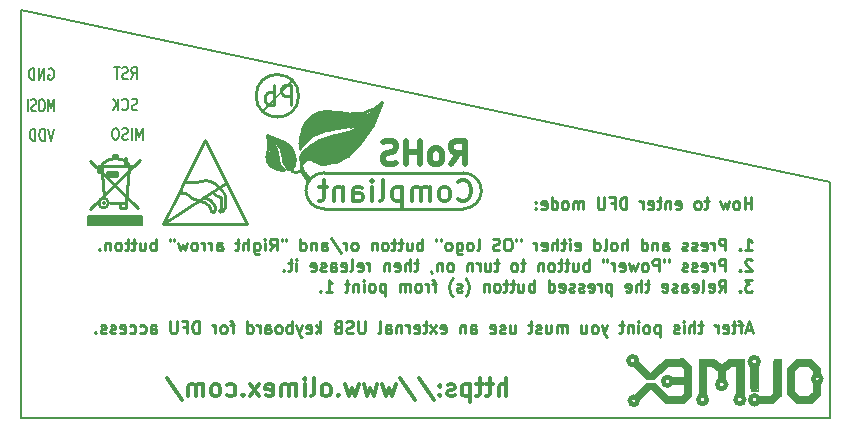
<source format=gbr>
G04 #@! TF.FileFunction,Legend,Bot*
%FSLAX46Y46*%
G04 Gerber Fmt 4.6, Leading zero omitted, Abs format (unit mm)*
G04 Created by KiCad (PCBNEW 4.1.0-alpha+201608171232+7063~46~ubuntu14.04.1-product) date Tue Aug 30 16:53:00 2016*
%MOMM*%
%LPD*%
G01*
G04 APERTURE LIST*
%ADD10C,0.600000*%
%ADD11C,0.300000*%
%ADD12C,0.200000*%
%ADD13C,0.175000*%
%ADD14C,0.250000*%
%ADD15C,0.150000*%
%ADD16C,0.254000*%
%ADD17C,0.508000*%
%ADD18C,0.127000*%
%ADD19C,0.100000*%
%ADD20C,0.700000*%
%ADD21C,0.400000*%
%ADD22C,0.500000*%
%ADD23C,0.350000*%
G04 APERTURE END LIST*
D10*
D11*
X148082600Y-98163771D02*
X148082600Y-96663771D01*
X147439742Y-98163771D02*
X147439742Y-97378057D01*
X147511171Y-97235200D01*
X147654028Y-97163771D01*
X147868314Y-97163771D01*
X148011171Y-97235200D01*
X148082600Y-97306628D01*
X146939742Y-97163771D02*
X146368314Y-97163771D01*
X146725457Y-96663771D02*
X146725457Y-97949485D01*
X146654028Y-98092342D01*
X146511171Y-98163771D01*
X146368314Y-98163771D01*
X146082600Y-97163771D02*
X145511171Y-97163771D01*
X145868314Y-96663771D02*
X145868314Y-97949485D01*
X145796885Y-98092342D01*
X145654028Y-98163771D01*
X145511171Y-98163771D01*
X145011171Y-97163771D02*
X145011171Y-98663771D01*
X145011171Y-97235200D02*
X144868314Y-97163771D01*
X144582600Y-97163771D01*
X144439742Y-97235200D01*
X144368314Y-97306628D01*
X144296885Y-97449485D01*
X144296885Y-97878057D01*
X144368314Y-98020914D01*
X144439742Y-98092342D01*
X144582600Y-98163771D01*
X144868314Y-98163771D01*
X145011171Y-98092342D01*
X143725457Y-98092342D02*
X143582600Y-98163771D01*
X143296885Y-98163771D01*
X143154028Y-98092342D01*
X143082600Y-97949485D01*
X143082600Y-97878057D01*
X143154028Y-97735200D01*
X143296885Y-97663771D01*
X143511171Y-97663771D01*
X143654028Y-97592342D01*
X143725457Y-97449485D01*
X143725457Y-97378057D01*
X143654028Y-97235200D01*
X143511171Y-97163771D01*
X143296885Y-97163771D01*
X143154028Y-97235200D01*
X142439742Y-98020914D02*
X142368314Y-98092342D01*
X142439742Y-98163771D01*
X142511171Y-98092342D01*
X142439742Y-98020914D01*
X142439742Y-98163771D01*
X142439742Y-97235200D02*
X142368314Y-97306628D01*
X142439742Y-97378057D01*
X142511171Y-97306628D01*
X142439742Y-97235200D01*
X142439742Y-97378057D01*
X140654028Y-96592342D02*
X141939742Y-98520914D01*
X139082600Y-96592342D02*
X140368314Y-98520914D01*
X138725457Y-97163771D02*
X138439742Y-98163771D01*
X138154028Y-97449485D01*
X137868314Y-98163771D01*
X137582600Y-97163771D01*
X137154028Y-97163771D02*
X136868314Y-98163771D01*
X136582600Y-97449485D01*
X136296885Y-98163771D01*
X136011171Y-97163771D01*
X135582600Y-97163771D02*
X135296885Y-98163771D01*
X135011171Y-97449485D01*
X134725457Y-98163771D01*
X134439742Y-97163771D01*
X133868314Y-98020914D02*
X133796885Y-98092342D01*
X133868314Y-98163771D01*
X133939742Y-98092342D01*
X133868314Y-98020914D01*
X133868314Y-98163771D01*
X132939742Y-98163771D02*
X133082600Y-98092342D01*
X133154028Y-98020914D01*
X133225457Y-97878057D01*
X133225457Y-97449485D01*
X133154028Y-97306628D01*
X133082600Y-97235200D01*
X132939742Y-97163771D01*
X132725457Y-97163771D01*
X132582600Y-97235200D01*
X132511171Y-97306628D01*
X132439742Y-97449485D01*
X132439742Y-97878057D01*
X132511171Y-98020914D01*
X132582600Y-98092342D01*
X132725457Y-98163771D01*
X132939742Y-98163771D01*
X131582600Y-98163771D02*
X131725457Y-98092342D01*
X131796885Y-97949485D01*
X131796885Y-96663771D01*
X131011171Y-98163771D02*
X131011171Y-97163771D01*
X131011171Y-96663771D02*
X131082600Y-96735200D01*
X131011171Y-96806628D01*
X130939742Y-96735200D01*
X131011171Y-96663771D01*
X131011171Y-96806628D01*
X130296885Y-98163771D02*
X130296885Y-97163771D01*
X130296885Y-97306628D02*
X130225457Y-97235200D01*
X130082600Y-97163771D01*
X129868314Y-97163771D01*
X129725457Y-97235200D01*
X129654028Y-97378057D01*
X129654028Y-98163771D01*
X129654028Y-97378057D02*
X129582600Y-97235200D01*
X129439742Y-97163771D01*
X129225457Y-97163771D01*
X129082600Y-97235200D01*
X129011171Y-97378057D01*
X129011171Y-98163771D01*
X127725457Y-98092342D02*
X127868314Y-98163771D01*
X128154028Y-98163771D01*
X128296885Y-98092342D01*
X128368314Y-97949485D01*
X128368314Y-97378057D01*
X128296885Y-97235200D01*
X128154028Y-97163771D01*
X127868314Y-97163771D01*
X127725457Y-97235200D01*
X127654028Y-97378057D01*
X127654028Y-97520914D01*
X128368314Y-97663771D01*
X127154028Y-98163771D02*
X126368314Y-97163771D01*
X127154028Y-97163771D02*
X126368314Y-98163771D01*
X125796885Y-98020914D02*
X125725457Y-98092342D01*
X125796885Y-98163771D01*
X125868314Y-98092342D01*
X125796885Y-98020914D01*
X125796885Y-98163771D01*
X124439742Y-98092342D02*
X124582600Y-98163771D01*
X124868314Y-98163771D01*
X125011171Y-98092342D01*
X125082600Y-98020914D01*
X125154028Y-97878057D01*
X125154028Y-97449485D01*
X125082600Y-97306628D01*
X125011171Y-97235200D01*
X124868314Y-97163771D01*
X124582600Y-97163771D01*
X124439742Y-97235200D01*
X123582600Y-98163771D02*
X123725457Y-98092342D01*
X123796885Y-98020914D01*
X123868314Y-97878057D01*
X123868314Y-97449485D01*
X123796885Y-97306628D01*
X123725457Y-97235200D01*
X123582600Y-97163771D01*
X123368314Y-97163771D01*
X123225457Y-97235200D01*
X123154028Y-97306628D01*
X123082600Y-97449485D01*
X123082600Y-97878057D01*
X123154028Y-98020914D01*
X123225457Y-98092342D01*
X123368314Y-98163771D01*
X123582600Y-98163771D01*
X122439742Y-98163771D02*
X122439742Y-97163771D01*
X122439742Y-97306628D02*
X122368314Y-97235200D01*
X122225457Y-97163771D01*
X122011171Y-97163771D01*
X121868314Y-97235200D01*
X121796885Y-97378057D01*
X121796885Y-98163771D01*
X121796885Y-97378057D02*
X121725457Y-97235200D01*
X121582600Y-97163771D01*
X121368314Y-97163771D01*
X121225457Y-97235200D01*
X121154028Y-97378057D01*
X121154028Y-98163771D01*
X119368314Y-96592342D02*
X120654028Y-98520914D01*
D12*
X109346923Y-70442200D02*
X109423114Y-70394580D01*
X109537400Y-70394580D01*
X109651685Y-70442200D01*
X109727876Y-70537438D01*
X109765971Y-70632676D01*
X109804066Y-70823152D01*
X109804066Y-70966009D01*
X109765971Y-71156485D01*
X109727876Y-71251723D01*
X109651685Y-71346961D01*
X109537400Y-71394580D01*
X109461209Y-71394580D01*
X109346923Y-71346961D01*
X109308828Y-71299342D01*
X109308828Y-70966009D01*
X109461209Y-70966009D01*
X108965971Y-71394580D02*
X108965971Y-70394580D01*
X108508828Y-71394580D01*
X108508828Y-70394580D01*
X108127876Y-71394580D02*
X108127876Y-70394580D01*
X107937400Y-70394580D01*
X107823114Y-70442200D01*
X107746923Y-70537438D01*
X107708828Y-70632676D01*
X107670733Y-70823152D01*
X107670733Y-70966009D01*
X107708828Y-71156485D01*
X107746923Y-71251723D01*
X107823114Y-71346961D01*
X107937400Y-71394580D01*
X108127876Y-71394580D01*
X109804066Y-75525380D02*
X109537400Y-76525380D01*
X109270733Y-75525380D01*
X109004066Y-76525380D02*
X109004066Y-75525380D01*
X108813590Y-75525380D01*
X108699304Y-75573000D01*
X108623114Y-75668238D01*
X108585019Y-75763476D01*
X108546923Y-75953952D01*
X108546923Y-76096809D01*
X108585019Y-76287285D01*
X108623114Y-76382523D01*
X108699304Y-76477761D01*
X108813590Y-76525380D01*
X109004066Y-76525380D01*
X108204066Y-76525380D02*
X108204066Y-75525380D01*
X108013590Y-75525380D01*
X107899304Y-75573000D01*
X107823114Y-75668238D01*
X107785019Y-75763476D01*
X107746923Y-75953952D01*
X107746923Y-76096809D01*
X107785019Y-76287285D01*
X107823114Y-76382523D01*
X107899304Y-76477761D01*
X108013590Y-76525380D01*
X108204066Y-76525380D01*
X116338295Y-71318380D02*
X116604961Y-70842190D01*
X116795438Y-71318380D02*
X116795438Y-70318380D01*
X116490676Y-70318380D01*
X116414485Y-70366000D01*
X116376390Y-70413619D01*
X116338295Y-70508857D01*
X116338295Y-70651714D01*
X116376390Y-70746952D01*
X116414485Y-70794571D01*
X116490676Y-70842190D01*
X116795438Y-70842190D01*
X116033533Y-71270761D02*
X115919247Y-71318380D01*
X115728771Y-71318380D01*
X115652580Y-71270761D01*
X115614485Y-71223142D01*
X115576390Y-71127904D01*
X115576390Y-71032666D01*
X115614485Y-70937428D01*
X115652580Y-70889809D01*
X115728771Y-70842190D01*
X115881152Y-70794571D01*
X115957342Y-70746952D01*
X115995438Y-70699333D01*
X116033533Y-70604095D01*
X116033533Y-70508857D01*
X115995438Y-70413619D01*
X115957342Y-70366000D01*
X115881152Y-70318380D01*
X115690676Y-70318380D01*
X115576390Y-70366000D01*
X115347819Y-70318380D02*
X114890676Y-70318380D01*
X115119247Y-71318380D02*
X115119247Y-70318380D01*
X116827171Y-73912361D02*
X116712885Y-73959980D01*
X116522409Y-73959980D01*
X116446219Y-73912361D01*
X116408123Y-73864742D01*
X116370028Y-73769504D01*
X116370028Y-73674266D01*
X116408123Y-73579028D01*
X116446219Y-73531409D01*
X116522409Y-73483790D01*
X116674790Y-73436171D01*
X116750980Y-73388552D01*
X116789076Y-73340933D01*
X116827171Y-73245695D01*
X116827171Y-73150457D01*
X116789076Y-73055219D01*
X116750980Y-73007600D01*
X116674790Y-72959980D01*
X116484314Y-72959980D01*
X116370028Y-73007600D01*
X115570028Y-73864742D02*
X115608123Y-73912361D01*
X115722409Y-73959980D01*
X115798600Y-73959980D01*
X115912885Y-73912361D01*
X115989076Y-73817123D01*
X116027171Y-73721885D01*
X116065266Y-73531409D01*
X116065266Y-73388552D01*
X116027171Y-73198076D01*
X115989076Y-73102838D01*
X115912885Y-73007600D01*
X115798600Y-72959980D01*
X115722409Y-72959980D01*
X115608123Y-73007600D01*
X115570028Y-73055219D01*
X115227171Y-73959980D02*
X115227171Y-72959980D01*
X114770028Y-73959980D02*
X115112885Y-73388552D01*
X114770028Y-72959980D02*
X115227171Y-73531409D01*
X117284342Y-76474580D02*
X117284342Y-75474580D01*
X117017676Y-76188866D01*
X116751009Y-75474580D01*
X116751009Y-76474580D01*
X116370057Y-76474580D02*
X116370057Y-75474580D01*
X116027200Y-76426961D02*
X115912914Y-76474580D01*
X115722438Y-76474580D01*
X115646247Y-76426961D01*
X115608152Y-76379342D01*
X115570057Y-76284104D01*
X115570057Y-76188866D01*
X115608152Y-76093628D01*
X115646247Y-76046009D01*
X115722438Y-75998390D01*
X115874819Y-75950771D01*
X115951009Y-75903152D01*
X115989104Y-75855533D01*
X116027200Y-75760295D01*
X116027200Y-75665057D01*
X115989104Y-75569819D01*
X115951009Y-75522200D01*
X115874819Y-75474580D01*
X115684342Y-75474580D01*
X115570057Y-75522200D01*
X115074819Y-75474580D02*
X114922438Y-75474580D01*
X114846247Y-75522200D01*
X114770057Y-75617438D01*
X114731961Y-75807914D01*
X114731961Y-76141247D01*
X114770057Y-76331723D01*
X114846247Y-76426961D01*
X114922438Y-76474580D01*
X115074819Y-76474580D01*
X115151009Y-76426961D01*
X115227200Y-76331723D01*
X115265295Y-76141247D01*
X115265295Y-75807914D01*
X115227200Y-75617438D01*
X115151009Y-75522200D01*
X115074819Y-75474580D01*
D13*
X109761200Y-74036180D02*
X109761200Y-73036180D01*
X109527866Y-73750466D01*
X109294533Y-73036180D01*
X109294533Y-74036180D01*
X108827866Y-73036180D02*
X108694533Y-73036180D01*
X108627866Y-73083800D01*
X108561200Y-73179038D01*
X108527866Y-73369514D01*
X108527866Y-73702847D01*
X108561200Y-73893323D01*
X108627866Y-73988561D01*
X108694533Y-74036180D01*
X108827866Y-74036180D01*
X108894533Y-73988561D01*
X108961200Y-73893323D01*
X108994533Y-73702847D01*
X108994533Y-73369514D01*
X108961200Y-73179038D01*
X108894533Y-73083800D01*
X108827866Y-73036180D01*
X108261200Y-73988561D02*
X108161200Y-74036180D01*
X107994533Y-74036180D01*
X107927866Y-73988561D01*
X107894533Y-73940942D01*
X107861200Y-73845704D01*
X107861200Y-73750466D01*
X107894533Y-73655228D01*
X107927866Y-73607609D01*
X107994533Y-73559990D01*
X108127866Y-73512371D01*
X108194533Y-73464752D01*
X108227866Y-73417133D01*
X108261200Y-73321895D01*
X108261200Y-73226657D01*
X108227866Y-73131419D01*
X108194533Y-73083800D01*
X108127866Y-73036180D01*
X107961200Y-73036180D01*
X107861200Y-73083800D01*
X107561200Y-74036180D02*
X107561200Y-73036180D01*
D14*
X168826904Y-82324380D02*
X168826904Y-81324380D01*
X168826904Y-81800571D02*
X168255476Y-81800571D01*
X168255476Y-82324380D02*
X168255476Y-81324380D01*
X167636428Y-82324380D02*
X167731666Y-82276761D01*
X167779285Y-82229142D01*
X167826904Y-82133904D01*
X167826904Y-81848190D01*
X167779285Y-81752952D01*
X167731666Y-81705333D01*
X167636428Y-81657714D01*
X167493571Y-81657714D01*
X167398333Y-81705333D01*
X167350714Y-81752952D01*
X167303095Y-81848190D01*
X167303095Y-82133904D01*
X167350714Y-82229142D01*
X167398333Y-82276761D01*
X167493571Y-82324380D01*
X167636428Y-82324380D01*
X166969761Y-81657714D02*
X166779285Y-82324380D01*
X166588809Y-81848190D01*
X166398333Y-82324380D01*
X166207857Y-81657714D01*
X165207857Y-81657714D02*
X164826904Y-81657714D01*
X165065000Y-81324380D02*
X165065000Y-82181523D01*
X165017380Y-82276761D01*
X164922142Y-82324380D01*
X164826904Y-82324380D01*
X164350714Y-82324380D02*
X164445952Y-82276761D01*
X164493571Y-82229142D01*
X164541190Y-82133904D01*
X164541190Y-81848190D01*
X164493571Y-81752952D01*
X164445952Y-81705333D01*
X164350714Y-81657714D01*
X164207857Y-81657714D01*
X164112619Y-81705333D01*
X164065000Y-81752952D01*
X164017380Y-81848190D01*
X164017380Y-82133904D01*
X164065000Y-82229142D01*
X164112619Y-82276761D01*
X164207857Y-82324380D01*
X164350714Y-82324380D01*
X162445952Y-82276761D02*
X162541190Y-82324380D01*
X162731666Y-82324380D01*
X162826904Y-82276761D01*
X162874523Y-82181523D01*
X162874523Y-81800571D01*
X162826904Y-81705333D01*
X162731666Y-81657714D01*
X162541190Y-81657714D01*
X162445952Y-81705333D01*
X162398333Y-81800571D01*
X162398333Y-81895809D01*
X162874523Y-81991047D01*
X161969761Y-81657714D02*
X161969761Y-82324380D01*
X161969761Y-81752952D02*
X161922142Y-81705333D01*
X161826904Y-81657714D01*
X161684047Y-81657714D01*
X161588809Y-81705333D01*
X161541190Y-81800571D01*
X161541190Y-82324380D01*
X161207857Y-81657714D02*
X160826904Y-81657714D01*
X161065000Y-81324380D02*
X161065000Y-82181523D01*
X161017380Y-82276761D01*
X160922142Y-82324380D01*
X160826904Y-82324380D01*
X160112619Y-82276761D02*
X160207857Y-82324380D01*
X160398333Y-82324380D01*
X160493571Y-82276761D01*
X160541190Y-82181523D01*
X160541190Y-81800571D01*
X160493571Y-81705333D01*
X160398333Y-81657714D01*
X160207857Y-81657714D01*
X160112619Y-81705333D01*
X160065000Y-81800571D01*
X160065000Y-81895809D01*
X160541190Y-81991047D01*
X159636428Y-82324380D02*
X159636428Y-81657714D01*
X159636428Y-81848190D02*
X159588809Y-81752952D01*
X159541190Y-81705333D01*
X159445952Y-81657714D01*
X159350714Y-81657714D01*
X158255476Y-82324380D02*
X158255476Y-81324380D01*
X158017380Y-81324380D01*
X157874523Y-81372000D01*
X157779285Y-81467238D01*
X157731666Y-81562476D01*
X157684047Y-81752952D01*
X157684047Y-81895809D01*
X157731666Y-82086285D01*
X157779285Y-82181523D01*
X157874523Y-82276761D01*
X158017380Y-82324380D01*
X158255476Y-82324380D01*
X156922142Y-81800571D02*
X157255476Y-81800571D01*
X157255476Y-82324380D02*
X157255476Y-81324380D01*
X156779285Y-81324380D01*
X156398333Y-81324380D02*
X156398333Y-82133904D01*
X156350714Y-82229142D01*
X156303095Y-82276761D01*
X156207857Y-82324380D01*
X156017380Y-82324380D01*
X155922142Y-82276761D01*
X155874523Y-82229142D01*
X155826904Y-82133904D01*
X155826904Y-81324380D01*
X154588809Y-82324380D02*
X154588809Y-81657714D01*
X154588809Y-81752952D02*
X154541190Y-81705333D01*
X154445952Y-81657714D01*
X154303095Y-81657714D01*
X154207857Y-81705333D01*
X154160238Y-81800571D01*
X154160238Y-82324380D01*
X154160238Y-81800571D02*
X154112619Y-81705333D01*
X154017380Y-81657714D01*
X153874523Y-81657714D01*
X153779285Y-81705333D01*
X153731666Y-81800571D01*
X153731666Y-82324380D01*
X153112619Y-82324380D02*
X153207857Y-82276761D01*
X153255476Y-82229142D01*
X153303095Y-82133904D01*
X153303095Y-81848190D01*
X153255476Y-81752952D01*
X153207857Y-81705333D01*
X153112619Y-81657714D01*
X152969761Y-81657714D01*
X152874523Y-81705333D01*
X152826904Y-81752952D01*
X152779285Y-81848190D01*
X152779285Y-82133904D01*
X152826904Y-82229142D01*
X152874523Y-82276761D01*
X152969761Y-82324380D01*
X153112619Y-82324380D01*
X151922142Y-82324380D02*
X151922142Y-81324380D01*
X151922142Y-82276761D02*
X152017380Y-82324380D01*
X152207857Y-82324380D01*
X152303095Y-82276761D01*
X152350714Y-82229142D01*
X152398333Y-82133904D01*
X152398333Y-81848190D01*
X152350714Y-81752952D01*
X152303095Y-81705333D01*
X152207857Y-81657714D01*
X152017380Y-81657714D01*
X151922142Y-81705333D01*
X151065000Y-82276761D02*
X151160238Y-82324380D01*
X151350714Y-82324380D01*
X151445952Y-82276761D01*
X151493571Y-82181523D01*
X151493571Y-81800571D01*
X151445952Y-81705333D01*
X151350714Y-81657714D01*
X151160238Y-81657714D01*
X151065000Y-81705333D01*
X151017380Y-81800571D01*
X151017380Y-81895809D01*
X151493571Y-81991047D01*
X150588809Y-82229142D02*
X150541190Y-82276761D01*
X150588809Y-82324380D01*
X150636428Y-82276761D01*
X150588809Y-82229142D01*
X150588809Y-82324380D01*
X150588809Y-81705333D02*
X150541190Y-81752952D01*
X150588809Y-81800571D01*
X150636428Y-81752952D01*
X150588809Y-81705333D01*
X150588809Y-81800571D01*
X168303095Y-85824380D02*
X168874523Y-85824380D01*
X168588809Y-85824380D02*
X168588809Y-84824380D01*
X168684047Y-84967238D01*
X168779285Y-85062476D01*
X168874523Y-85110095D01*
X167874523Y-85729142D02*
X167826904Y-85776761D01*
X167874523Y-85824380D01*
X167922142Y-85776761D01*
X167874523Y-85729142D01*
X167874523Y-85824380D01*
X166636428Y-85824380D02*
X166636428Y-84824380D01*
X166255476Y-84824380D01*
X166160238Y-84872000D01*
X166112619Y-84919619D01*
X166065000Y-85014857D01*
X166065000Y-85157714D01*
X166112619Y-85252952D01*
X166160238Y-85300571D01*
X166255476Y-85348190D01*
X166636428Y-85348190D01*
X165636428Y-85824380D02*
X165636428Y-85157714D01*
X165636428Y-85348190D02*
X165588809Y-85252952D01*
X165541190Y-85205333D01*
X165445952Y-85157714D01*
X165350714Y-85157714D01*
X164636428Y-85776761D02*
X164731666Y-85824380D01*
X164922142Y-85824380D01*
X165017380Y-85776761D01*
X165065000Y-85681523D01*
X165065000Y-85300571D01*
X165017380Y-85205333D01*
X164922142Y-85157714D01*
X164731666Y-85157714D01*
X164636428Y-85205333D01*
X164588809Y-85300571D01*
X164588809Y-85395809D01*
X165065000Y-85491047D01*
X164207857Y-85776761D02*
X164112619Y-85824380D01*
X163922142Y-85824380D01*
X163826904Y-85776761D01*
X163779285Y-85681523D01*
X163779285Y-85633904D01*
X163826904Y-85538666D01*
X163922142Y-85491047D01*
X164065000Y-85491047D01*
X164160238Y-85443428D01*
X164207857Y-85348190D01*
X164207857Y-85300571D01*
X164160238Y-85205333D01*
X164065000Y-85157714D01*
X163922142Y-85157714D01*
X163826904Y-85205333D01*
X163398333Y-85776761D02*
X163303095Y-85824380D01*
X163112619Y-85824380D01*
X163017380Y-85776761D01*
X162969761Y-85681523D01*
X162969761Y-85633904D01*
X163017380Y-85538666D01*
X163112619Y-85491047D01*
X163255476Y-85491047D01*
X163350714Y-85443428D01*
X163398333Y-85348190D01*
X163398333Y-85300571D01*
X163350714Y-85205333D01*
X163255476Y-85157714D01*
X163112619Y-85157714D01*
X163017380Y-85205333D01*
X161350714Y-85824380D02*
X161350714Y-85300571D01*
X161398333Y-85205333D01*
X161493571Y-85157714D01*
X161684047Y-85157714D01*
X161779285Y-85205333D01*
X161350714Y-85776761D02*
X161445952Y-85824380D01*
X161684047Y-85824380D01*
X161779285Y-85776761D01*
X161826904Y-85681523D01*
X161826904Y-85586285D01*
X161779285Y-85491047D01*
X161684047Y-85443428D01*
X161445952Y-85443428D01*
X161350714Y-85395809D01*
X160874523Y-85157714D02*
X160874523Y-85824380D01*
X160874523Y-85252952D02*
X160826904Y-85205333D01*
X160731666Y-85157714D01*
X160588809Y-85157714D01*
X160493571Y-85205333D01*
X160445952Y-85300571D01*
X160445952Y-85824380D01*
X159541190Y-85824380D02*
X159541190Y-84824380D01*
X159541190Y-85776761D02*
X159636428Y-85824380D01*
X159826904Y-85824380D01*
X159922142Y-85776761D01*
X159969761Y-85729142D01*
X160017380Y-85633904D01*
X160017380Y-85348190D01*
X159969761Y-85252952D01*
X159922142Y-85205333D01*
X159826904Y-85157714D01*
X159636428Y-85157714D01*
X159541190Y-85205333D01*
X158303095Y-85824380D02*
X158303095Y-84824380D01*
X157874523Y-85824380D02*
X157874523Y-85300571D01*
X157922142Y-85205333D01*
X158017380Y-85157714D01*
X158160238Y-85157714D01*
X158255476Y-85205333D01*
X158303095Y-85252952D01*
X157255476Y-85824380D02*
X157350714Y-85776761D01*
X157398333Y-85729142D01*
X157445952Y-85633904D01*
X157445952Y-85348190D01*
X157398333Y-85252952D01*
X157350714Y-85205333D01*
X157255476Y-85157714D01*
X157112619Y-85157714D01*
X157017380Y-85205333D01*
X156969761Y-85252952D01*
X156922142Y-85348190D01*
X156922142Y-85633904D01*
X156969761Y-85729142D01*
X157017380Y-85776761D01*
X157112619Y-85824380D01*
X157255476Y-85824380D01*
X156350714Y-85824380D02*
X156445952Y-85776761D01*
X156493571Y-85681523D01*
X156493571Y-84824380D01*
X155541190Y-85824380D02*
X155541190Y-84824380D01*
X155541190Y-85776761D02*
X155636428Y-85824380D01*
X155826904Y-85824380D01*
X155922142Y-85776761D01*
X155969761Y-85729142D01*
X156017380Y-85633904D01*
X156017380Y-85348190D01*
X155969761Y-85252952D01*
X155922142Y-85205333D01*
X155826904Y-85157714D01*
X155636428Y-85157714D01*
X155541190Y-85205333D01*
X153922142Y-85776761D02*
X154017380Y-85824380D01*
X154207857Y-85824380D01*
X154303095Y-85776761D01*
X154350714Y-85681523D01*
X154350714Y-85300571D01*
X154303095Y-85205333D01*
X154207857Y-85157714D01*
X154017380Y-85157714D01*
X153922142Y-85205333D01*
X153874523Y-85300571D01*
X153874523Y-85395809D01*
X154350714Y-85491047D01*
X153445952Y-85824380D02*
X153445952Y-85157714D01*
X153445952Y-84824380D02*
X153493571Y-84872000D01*
X153445952Y-84919619D01*
X153398333Y-84872000D01*
X153445952Y-84824380D01*
X153445952Y-84919619D01*
X153112619Y-85157714D02*
X152731666Y-85157714D01*
X152969761Y-84824380D02*
X152969761Y-85681523D01*
X152922142Y-85776761D01*
X152826904Y-85824380D01*
X152731666Y-85824380D01*
X152398333Y-85824380D02*
X152398333Y-84824380D01*
X151969761Y-85824380D02*
X151969761Y-85300571D01*
X152017380Y-85205333D01*
X152112619Y-85157714D01*
X152255476Y-85157714D01*
X152350714Y-85205333D01*
X152398333Y-85252952D01*
X151112619Y-85776761D02*
X151207857Y-85824380D01*
X151398333Y-85824380D01*
X151493571Y-85776761D01*
X151541190Y-85681523D01*
X151541190Y-85300571D01*
X151493571Y-85205333D01*
X151398333Y-85157714D01*
X151207857Y-85157714D01*
X151112619Y-85205333D01*
X151065000Y-85300571D01*
X151065000Y-85395809D01*
X151541190Y-85491047D01*
X150636428Y-85824380D02*
X150636428Y-85157714D01*
X150636428Y-85348190D02*
X150588809Y-85252952D01*
X150541190Y-85205333D01*
X150445952Y-85157714D01*
X150350714Y-85157714D01*
X149303095Y-84824380D02*
X149303095Y-85014857D01*
X148922142Y-84824380D02*
X148922142Y-85014857D01*
X148303095Y-84824380D02*
X148112619Y-84824380D01*
X148017380Y-84872000D01*
X147922142Y-84967238D01*
X147874523Y-85157714D01*
X147874523Y-85491047D01*
X147922142Y-85681523D01*
X148017380Y-85776761D01*
X148112619Y-85824380D01*
X148303095Y-85824380D01*
X148398333Y-85776761D01*
X148493571Y-85681523D01*
X148541190Y-85491047D01*
X148541190Y-85157714D01*
X148493571Y-84967238D01*
X148398333Y-84872000D01*
X148303095Y-84824380D01*
X147493571Y-85776761D02*
X147350714Y-85824380D01*
X147112619Y-85824380D01*
X147017380Y-85776761D01*
X146969761Y-85729142D01*
X146922142Y-85633904D01*
X146922142Y-85538666D01*
X146969761Y-85443428D01*
X147017380Y-85395809D01*
X147112619Y-85348190D01*
X147303095Y-85300571D01*
X147398333Y-85252952D01*
X147445952Y-85205333D01*
X147493571Y-85110095D01*
X147493571Y-85014857D01*
X147445952Y-84919619D01*
X147398333Y-84872000D01*
X147303095Y-84824380D01*
X147065000Y-84824380D01*
X146922142Y-84872000D01*
X145588809Y-85824380D02*
X145684047Y-85776761D01*
X145731666Y-85681523D01*
X145731666Y-84824380D01*
X145065000Y-85824380D02*
X145160238Y-85776761D01*
X145207857Y-85729142D01*
X145255476Y-85633904D01*
X145255476Y-85348190D01*
X145207857Y-85252952D01*
X145160238Y-85205333D01*
X145065000Y-85157714D01*
X144922142Y-85157714D01*
X144826904Y-85205333D01*
X144779285Y-85252952D01*
X144731666Y-85348190D01*
X144731666Y-85633904D01*
X144779285Y-85729142D01*
X144826904Y-85776761D01*
X144922142Y-85824380D01*
X145065000Y-85824380D01*
X143874523Y-85157714D02*
X143874523Y-85967238D01*
X143922142Y-86062476D01*
X143969761Y-86110095D01*
X144065000Y-86157714D01*
X144207857Y-86157714D01*
X144303095Y-86110095D01*
X143874523Y-85776761D02*
X143969761Y-85824380D01*
X144160238Y-85824380D01*
X144255476Y-85776761D01*
X144303095Y-85729142D01*
X144350714Y-85633904D01*
X144350714Y-85348190D01*
X144303095Y-85252952D01*
X144255476Y-85205333D01*
X144160238Y-85157714D01*
X143969761Y-85157714D01*
X143874523Y-85205333D01*
X143255476Y-85824380D02*
X143350714Y-85776761D01*
X143398333Y-85729142D01*
X143445952Y-85633904D01*
X143445952Y-85348190D01*
X143398333Y-85252952D01*
X143350714Y-85205333D01*
X143255476Y-85157714D01*
X143112619Y-85157714D01*
X143017380Y-85205333D01*
X142969761Y-85252952D01*
X142922142Y-85348190D01*
X142922142Y-85633904D01*
X142969761Y-85729142D01*
X143017380Y-85776761D01*
X143112619Y-85824380D01*
X143255476Y-85824380D01*
X142541190Y-84824380D02*
X142541190Y-85014857D01*
X142160238Y-84824380D02*
X142160238Y-85014857D01*
X140969761Y-85824380D02*
X140969761Y-84824380D01*
X140969761Y-85205333D02*
X140874523Y-85157714D01*
X140684047Y-85157714D01*
X140588809Y-85205333D01*
X140541190Y-85252952D01*
X140493571Y-85348190D01*
X140493571Y-85633904D01*
X140541190Y-85729142D01*
X140588809Y-85776761D01*
X140684047Y-85824380D01*
X140874523Y-85824380D01*
X140969761Y-85776761D01*
X139636428Y-85157714D02*
X139636428Y-85824380D01*
X140065000Y-85157714D02*
X140065000Y-85681523D01*
X140017380Y-85776761D01*
X139922142Y-85824380D01*
X139779285Y-85824380D01*
X139684047Y-85776761D01*
X139636428Y-85729142D01*
X139303095Y-85157714D02*
X138922142Y-85157714D01*
X139160238Y-84824380D02*
X139160238Y-85681523D01*
X139112619Y-85776761D01*
X139017380Y-85824380D01*
X138922142Y-85824380D01*
X138731666Y-85157714D02*
X138350714Y-85157714D01*
X138588809Y-84824380D02*
X138588809Y-85681523D01*
X138541190Y-85776761D01*
X138445952Y-85824380D01*
X138350714Y-85824380D01*
X137874523Y-85824380D02*
X137969761Y-85776761D01*
X138017380Y-85729142D01*
X138065000Y-85633904D01*
X138065000Y-85348190D01*
X138017380Y-85252952D01*
X137969761Y-85205333D01*
X137874523Y-85157714D01*
X137731666Y-85157714D01*
X137636428Y-85205333D01*
X137588809Y-85252952D01*
X137541190Y-85348190D01*
X137541190Y-85633904D01*
X137588809Y-85729142D01*
X137636428Y-85776761D01*
X137731666Y-85824380D01*
X137874523Y-85824380D01*
X137112619Y-85157714D02*
X137112619Y-85824380D01*
X137112619Y-85252952D02*
X137065000Y-85205333D01*
X136969761Y-85157714D01*
X136826904Y-85157714D01*
X136731666Y-85205333D01*
X136684047Y-85300571D01*
X136684047Y-85824380D01*
X135303095Y-85824380D02*
X135398333Y-85776761D01*
X135445952Y-85729142D01*
X135493571Y-85633904D01*
X135493571Y-85348190D01*
X135445952Y-85252952D01*
X135398333Y-85205333D01*
X135303095Y-85157714D01*
X135160238Y-85157714D01*
X135065000Y-85205333D01*
X135017380Y-85252952D01*
X134969761Y-85348190D01*
X134969761Y-85633904D01*
X135017380Y-85729142D01*
X135065000Y-85776761D01*
X135160238Y-85824380D01*
X135303095Y-85824380D01*
X134541190Y-85824380D02*
X134541190Y-85157714D01*
X134541190Y-85348190D02*
X134493571Y-85252952D01*
X134445952Y-85205333D01*
X134350714Y-85157714D01*
X134255476Y-85157714D01*
X133207857Y-84776761D02*
X134065000Y-86062476D01*
X132445952Y-85824380D02*
X132445952Y-85300571D01*
X132493571Y-85205333D01*
X132588809Y-85157714D01*
X132779285Y-85157714D01*
X132874523Y-85205333D01*
X132445952Y-85776761D02*
X132541190Y-85824380D01*
X132779285Y-85824380D01*
X132874523Y-85776761D01*
X132922142Y-85681523D01*
X132922142Y-85586285D01*
X132874523Y-85491047D01*
X132779285Y-85443428D01*
X132541190Y-85443428D01*
X132445952Y-85395809D01*
X131969761Y-85157714D02*
X131969761Y-85824380D01*
X131969761Y-85252952D02*
X131922142Y-85205333D01*
X131826904Y-85157714D01*
X131684047Y-85157714D01*
X131588809Y-85205333D01*
X131541190Y-85300571D01*
X131541190Y-85824380D01*
X130636428Y-85824380D02*
X130636428Y-84824380D01*
X130636428Y-85776761D02*
X130731666Y-85824380D01*
X130922142Y-85824380D01*
X131017380Y-85776761D01*
X131065000Y-85729142D01*
X131112619Y-85633904D01*
X131112619Y-85348190D01*
X131065000Y-85252952D01*
X131017380Y-85205333D01*
X130922142Y-85157714D01*
X130731666Y-85157714D01*
X130636428Y-85205333D01*
X129445952Y-84824380D02*
X129445952Y-85014857D01*
X129065000Y-84824380D02*
X129065000Y-85014857D01*
X128065000Y-85824380D02*
X128398333Y-85348190D01*
X128636428Y-85824380D02*
X128636428Y-84824380D01*
X128255476Y-84824380D01*
X128160238Y-84872000D01*
X128112619Y-84919619D01*
X128065000Y-85014857D01*
X128065000Y-85157714D01*
X128112619Y-85252952D01*
X128160238Y-85300571D01*
X128255476Y-85348190D01*
X128636428Y-85348190D01*
X127636428Y-85824380D02*
X127636428Y-85157714D01*
X127636428Y-84824380D02*
X127684047Y-84872000D01*
X127636428Y-84919619D01*
X127588809Y-84872000D01*
X127636428Y-84824380D01*
X127636428Y-84919619D01*
X126731666Y-85157714D02*
X126731666Y-85967238D01*
X126779285Y-86062476D01*
X126826904Y-86110095D01*
X126922142Y-86157714D01*
X127065000Y-86157714D01*
X127160238Y-86110095D01*
X126731666Y-85776761D02*
X126826904Y-85824380D01*
X127017380Y-85824380D01*
X127112619Y-85776761D01*
X127160238Y-85729142D01*
X127207857Y-85633904D01*
X127207857Y-85348190D01*
X127160238Y-85252952D01*
X127112619Y-85205333D01*
X127017380Y-85157714D01*
X126826904Y-85157714D01*
X126731666Y-85205333D01*
X126255476Y-85824380D02*
X126255476Y-84824380D01*
X125826904Y-85824380D02*
X125826904Y-85300571D01*
X125874523Y-85205333D01*
X125969761Y-85157714D01*
X126112619Y-85157714D01*
X126207857Y-85205333D01*
X126255476Y-85252952D01*
X125493571Y-85157714D02*
X125112619Y-85157714D01*
X125350714Y-84824380D02*
X125350714Y-85681523D01*
X125303095Y-85776761D01*
X125207857Y-85824380D01*
X125112619Y-85824380D01*
X123588809Y-85824380D02*
X123588809Y-85300571D01*
X123636428Y-85205333D01*
X123731666Y-85157714D01*
X123922142Y-85157714D01*
X124017380Y-85205333D01*
X123588809Y-85776761D02*
X123684047Y-85824380D01*
X123922142Y-85824380D01*
X124017380Y-85776761D01*
X124065000Y-85681523D01*
X124065000Y-85586285D01*
X124017380Y-85491047D01*
X123922142Y-85443428D01*
X123684047Y-85443428D01*
X123588809Y-85395809D01*
X123112619Y-85824380D02*
X123112619Y-85157714D01*
X123112619Y-85348190D02*
X123065000Y-85252952D01*
X123017380Y-85205333D01*
X122922142Y-85157714D01*
X122826904Y-85157714D01*
X122493571Y-85824380D02*
X122493571Y-85157714D01*
X122493571Y-85348190D02*
X122445952Y-85252952D01*
X122398333Y-85205333D01*
X122303095Y-85157714D01*
X122207857Y-85157714D01*
X121731666Y-85824380D02*
X121826904Y-85776761D01*
X121874523Y-85729142D01*
X121922142Y-85633904D01*
X121922142Y-85348190D01*
X121874523Y-85252952D01*
X121826904Y-85205333D01*
X121731666Y-85157714D01*
X121588809Y-85157714D01*
X121493571Y-85205333D01*
X121445952Y-85252952D01*
X121398333Y-85348190D01*
X121398333Y-85633904D01*
X121445952Y-85729142D01*
X121493571Y-85776761D01*
X121588809Y-85824380D01*
X121731666Y-85824380D01*
X121065000Y-85157714D02*
X120874523Y-85824380D01*
X120684047Y-85348190D01*
X120493571Y-85824380D01*
X120303095Y-85157714D01*
X119969761Y-84824380D02*
X119969761Y-85014857D01*
X119588809Y-84824380D02*
X119588809Y-85014857D01*
X118398333Y-85824380D02*
X118398333Y-84824380D01*
X118398333Y-85205333D02*
X118303095Y-85157714D01*
X118112619Y-85157714D01*
X118017380Y-85205333D01*
X117969761Y-85252952D01*
X117922142Y-85348190D01*
X117922142Y-85633904D01*
X117969761Y-85729142D01*
X118017380Y-85776761D01*
X118112619Y-85824380D01*
X118303095Y-85824380D01*
X118398333Y-85776761D01*
X117065000Y-85157714D02*
X117065000Y-85824380D01*
X117493571Y-85157714D02*
X117493571Y-85681523D01*
X117445952Y-85776761D01*
X117350714Y-85824380D01*
X117207857Y-85824380D01*
X117112619Y-85776761D01*
X117065000Y-85729142D01*
X116731666Y-85157714D02*
X116350714Y-85157714D01*
X116588809Y-84824380D02*
X116588809Y-85681523D01*
X116541190Y-85776761D01*
X116445952Y-85824380D01*
X116350714Y-85824380D01*
X116160238Y-85157714D02*
X115779285Y-85157714D01*
X116017380Y-84824380D02*
X116017380Y-85681523D01*
X115969761Y-85776761D01*
X115874523Y-85824380D01*
X115779285Y-85824380D01*
X115303095Y-85824380D02*
X115398333Y-85776761D01*
X115445952Y-85729142D01*
X115493571Y-85633904D01*
X115493571Y-85348190D01*
X115445952Y-85252952D01*
X115398333Y-85205333D01*
X115303095Y-85157714D01*
X115160238Y-85157714D01*
X115065000Y-85205333D01*
X115017380Y-85252952D01*
X114969761Y-85348190D01*
X114969761Y-85633904D01*
X115017380Y-85729142D01*
X115065000Y-85776761D01*
X115160238Y-85824380D01*
X115303095Y-85824380D01*
X114541190Y-85157714D02*
X114541190Y-85824380D01*
X114541190Y-85252952D02*
X114493571Y-85205333D01*
X114398333Y-85157714D01*
X114255476Y-85157714D01*
X114160238Y-85205333D01*
X114112619Y-85300571D01*
X114112619Y-85824380D01*
X113636428Y-85729142D02*
X113588809Y-85776761D01*
X113636428Y-85824380D01*
X113684047Y-85776761D01*
X113636428Y-85729142D01*
X113636428Y-85824380D01*
X168874523Y-86669619D02*
X168826904Y-86622000D01*
X168731666Y-86574380D01*
X168493571Y-86574380D01*
X168398333Y-86622000D01*
X168350714Y-86669619D01*
X168303095Y-86764857D01*
X168303095Y-86860095D01*
X168350714Y-87002952D01*
X168922142Y-87574380D01*
X168303095Y-87574380D01*
X167874523Y-87479142D02*
X167826904Y-87526761D01*
X167874523Y-87574380D01*
X167922142Y-87526761D01*
X167874523Y-87479142D01*
X167874523Y-87574380D01*
X166636428Y-87574380D02*
X166636428Y-86574380D01*
X166255476Y-86574380D01*
X166160238Y-86622000D01*
X166112619Y-86669619D01*
X166065000Y-86764857D01*
X166065000Y-86907714D01*
X166112619Y-87002952D01*
X166160238Y-87050571D01*
X166255476Y-87098190D01*
X166636428Y-87098190D01*
X165636428Y-87574380D02*
X165636428Y-86907714D01*
X165636428Y-87098190D02*
X165588809Y-87002952D01*
X165541190Y-86955333D01*
X165445952Y-86907714D01*
X165350714Y-86907714D01*
X164636428Y-87526761D02*
X164731666Y-87574380D01*
X164922142Y-87574380D01*
X165017380Y-87526761D01*
X165065000Y-87431523D01*
X165065000Y-87050571D01*
X165017380Y-86955333D01*
X164922142Y-86907714D01*
X164731666Y-86907714D01*
X164636428Y-86955333D01*
X164588809Y-87050571D01*
X164588809Y-87145809D01*
X165065000Y-87241047D01*
X164207857Y-87526761D02*
X164112619Y-87574380D01*
X163922142Y-87574380D01*
X163826904Y-87526761D01*
X163779285Y-87431523D01*
X163779285Y-87383904D01*
X163826904Y-87288666D01*
X163922142Y-87241047D01*
X164065000Y-87241047D01*
X164160238Y-87193428D01*
X164207857Y-87098190D01*
X164207857Y-87050571D01*
X164160238Y-86955333D01*
X164065000Y-86907714D01*
X163922142Y-86907714D01*
X163826904Y-86955333D01*
X163398333Y-87526761D02*
X163303095Y-87574380D01*
X163112619Y-87574380D01*
X163017380Y-87526761D01*
X162969761Y-87431523D01*
X162969761Y-87383904D01*
X163017380Y-87288666D01*
X163112619Y-87241047D01*
X163255476Y-87241047D01*
X163350714Y-87193428D01*
X163398333Y-87098190D01*
X163398333Y-87050571D01*
X163350714Y-86955333D01*
X163255476Y-86907714D01*
X163112619Y-86907714D01*
X163017380Y-86955333D01*
X161826904Y-86574380D02*
X161826904Y-86764857D01*
X161445952Y-86574380D02*
X161445952Y-86764857D01*
X161017380Y-87574380D02*
X161017380Y-86574380D01*
X160636428Y-86574380D01*
X160541190Y-86622000D01*
X160493571Y-86669619D01*
X160445952Y-86764857D01*
X160445952Y-86907714D01*
X160493571Y-87002952D01*
X160541190Y-87050571D01*
X160636428Y-87098190D01*
X161017380Y-87098190D01*
X159874523Y-87574380D02*
X159969761Y-87526761D01*
X160017380Y-87479142D01*
X160065000Y-87383904D01*
X160065000Y-87098190D01*
X160017380Y-87002952D01*
X159969761Y-86955333D01*
X159874523Y-86907714D01*
X159731666Y-86907714D01*
X159636428Y-86955333D01*
X159588809Y-87002952D01*
X159541190Y-87098190D01*
X159541190Y-87383904D01*
X159588809Y-87479142D01*
X159636428Y-87526761D01*
X159731666Y-87574380D01*
X159874523Y-87574380D01*
X159207857Y-86907714D02*
X159017380Y-87574380D01*
X158826904Y-87098190D01*
X158636428Y-87574380D01*
X158445952Y-86907714D01*
X157684047Y-87526761D02*
X157779285Y-87574380D01*
X157969761Y-87574380D01*
X158065000Y-87526761D01*
X158112619Y-87431523D01*
X158112619Y-87050571D01*
X158065000Y-86955333D01*
X157969761Y-86907714D01*
X157779285Y-86907714D01*
X157684047Y-86955333D01*
X157636428Y-87050571D01*
X157636428Y-87145809D01*
X158112619Y-87241047D01*
X157207857Y-87574380D02*
X157207857Y-86907714D01*
X157207857Y-87098190D02*
X157160238Y-87002952D01*
X157112619Y-86955333D01*
X157017380Y-86907714D01*
X156922142Y-86907714D01*
X156636428Y-86574380D02*
X156636428Y-86764857D01*
X156255476Y-86574380D02*
X156255476Y-86764857D01*
X155065000Y-87574380D02*
X155065000Y-86574380D01*
X155065000Y-86955333D02*
X154969761Y-86907714D01*
X154779285Y-86907714D01*
X154684047Y-86955333D01*
X154636428Y-87002952D01*
X154588809Y-87098190D01*
X154588809Y-87383904D01*
X154636428Y-87479142D01*
X154684047Y-87526761D01*
X154779285Y-87574380D01*
X154969761Y-87574380D01*
X155065000Y-87526761D01*
X153731666Y-86907714D02*
X153731666Y-87574380D01*
X154160238Y-86907714D02*
X154160238Y-87431523D01*
X154112619Y-87526761D01*
X154017380Y-87574380D01*
X153874523Y-87574380D01*
X153779285Y-87526761D01*
X153731666Y-87479142D01*
X153398333Y-86907714D02*
X153017380Y-86907714D01*
X153255476Y-86574380D02*
X153255476Y-87431523D01*
X153207857Y-87526761D01*
X153112619Y-87574380D01*
X153017380Y-87574380D01*
X152826904Y-86907714D02*
X152445952Y-86907714D01*
X152684047Y-86574380D02*
X152684047Y-87431523D01*
X152636428Y-87526761D01*
X152541190Y-87574380D01*
X152445952Y-87574380D01*
X151969761Y-87574380D02*
X152065000Y-87526761D01*
X152112619Y-87479142D01*
X152160238Y-87383904D01*
X152160238Y-87098190D01*
X152112619Y-87002952D01*
X152065000Y-86955333D01*
X151969761Y-86907714D01*
X151826904Y-86907714D01*
X151731666Y-86955333D01*
X151684047Y-87002952D01*
X151636428Y-87098190D01*
X151636428Y-87383904D01*
X151684047Y-87479142D01*
X151731666Y-87526761D01*
X151826904Y-87574380D01*
X151969761Y-87574380D01*
X151207857Y-86907714D02*
X151207857Y-87574380D01*
X151207857Y-87002952D02*
X151160238Y-86955333D01*
X151065000Y-86907714D01*
X150922142Y-86907714D01*
X150826904Y-86955333D01*
X150779285Y-87050571D01*
X150779285Y-87574380D01*
X149684047Y-86907714D02*
X149303095Y-86907714D01*
X149541190Y-86574380D02*
X149541190Y-87431523D01*
X149493571Y-87526761D01*
X149398333Y-87574380D01*
X149303095Y-87574380D01*
X148826904Y-87574380D02*
X148922142Y-87526761D01*
X148969761Y-87479142D01*
X149017380Y-87383904D01*
X149017380Y-87098190D01*
X148969761Y-87002952D01*
X148922142Y-86955333D01*
X148826904Y-86907714D01*
X148684047Y-86907714D01*
X148588809Y-86955333D01*
X148541190Y-87002952D01*
X148493571Y-87098190D01*
X148493571Y-87383904D01*
X148541190Y-87479142D01*
X148588809Y-87526761D01*
X148684047Y-87574380D01*
X148826904Y-87574380D01*
X147445952Y-86907714D02*
X147065000Y-86907714D01*
X147303095Y-86574380D02*
X147303095Y-87431523D01*
X147255476Y-87526761D01*
X147160238Y-87574380D01*
X147065000Y-87574380D01*
X146303095Y-86907714D02*
X146303095Y-87574380D01*
X146731666Y-86907714D02*
X146731666Y-87431523D01*
X146684047Y-87526761D01*
X146588809Y-87574380D01*
X146445952Y-87574380D01*
X146350714Y-87526761D01*
X146303095Y-87479142D01*
X145826904Y-87574380D02*
X145826904Y-86907714D01*
X145826904Y-87098190D02*
X145779285Y-87002952D01*
X145731666Y-86955333D01*
X145636428Y-86907714D01*
X145541190Y-86907714D01*
X145207857Y-86907714D02*
X145207857Y-87574380D01*
X145207857Y-87002952D02*
X145160238Y-86955333D01*
X145065000Y-86907714D01*
X144922142Y-86907714D01*
X144826904Y-86955333D01*
X144779285Y-87050571D01*
X144779285Y-87574380D01*
X143398333Y-87574380D02*
X143493571Y-87526761D01*
X143541190Y-87479142D01*
X143588809Y-87383904D01*
X143588809Y-87098190D01*
X143541190Y-87002952D01*
X143493571Y-86955333D01*
X143398333Y-86907714D01*
X143255476Y-86907714D01*
X143160238Y-86955333D01*
X143112619Y-87002952D01*
X143065000Y-87098190D01*
X143065000Y-87383904D01*
X143112619Y-87479142D01*
X143160238Y-87526761D01*
X143255476Y-87574380D01*
X143398333Y-87574380D01*
X142636428Y-86907714D02*
X142636428Y-87574380D01*
X142636428Y-87002952D02*
X142588809Y-86955333D01*
X142493571Y-86907714D01*
X142350714Y-86907714D01*
X142255476Y-86955333D01*
X142207857Y-87050571D01*
X142207857Y-87574380D01*
X141684047Y-87526761D02*
X141684047Y-87574380D01*
X141731666Y-87669619D01*
X141779285Y-87717238D01*
X140636428Y-86907714D02*
X140255476Y-86907714D01*
X140493571Y-86574380D02*
X140493571Y-87431523D01*
X140445952Y-87526761D01*
X140350714Y-87574380D01*
X140255476Y-87574380D01*
X139922142Y-87574380D02*
X139922142Y-86574380D01*
X139493571Y-87574380D02*
X139493571Y-87050571D01*
X139541190Y-86955333D01*
X139636428Y-86907714D01*
X139779285Y-86907714D01*
X139874523Y-86955333D01*
X139922142Y-87002952D01*
X138636428Y-87526761D02*
X138731666Y-87574380D01*
X138922142Y-87574380D01*
X139017380Y-87526761D01*
X139065000Y-87431523D01*
X139065000Y-87050571D01*
X139017380Y-86955333D01*
X138922142Y-86907714D01*
X138731666Y-86907714D01*
X138636428Y-86955333D01*
X138588809Y-87050571D01*
X138588809Y-87145809D01*
X139065000Y-87241047D01*
X138160238Y-86907714D02*
X138160238Y-87574380D01*
X138160238Y-87002952D02*
X138112619Y-86955333D01*
X138017380Y-86907714D01*
X137874523Y-86907714D01*
X137779285Y-86955333D01*
X137731666Y-87050571D01*
X137731666Y-87574380D01*
X136493571Y-87574380D02*
X136493571Y-86907714D01*
X136493571Y-87098190D02*
X136445952Y-87002952D01*
X136398333Y-86955333D01*
X136303095Y-86907714D01*
X136207857Y-86907714D01*
X135493571Y-87526761D02*
X135588809Y-87574380D01*
X135779285Y-87574380D01*
X135874523Y-87526761D01*
X135922142Y-87431523D01*
X135922142Y-87050571D01*
X135874523Y-86955333D01*
X135779285Y-86907714D01*
X135588809Y-86907714D01*
X135493571Y-86955333D01*
X135445952Y-87050571D01*
X135445952Y-87145809D01*
X135922142Y-87241047D01*
X134874523Y-87574380D02*
X134969761Y-87526761D01*
X135017380Y-87431523D01*
X135017380Y-86574380D01*
X134112619Y-87526761D02*
X134207857Y-87574380D01*
X134398333Y-87574380D01*
X134493571Y-87526761D01*
X134541190Y-87431523D01*
X134541190Y-87050571D01*
X134493571Y-86955333D01*
X134398333Y-86907714D01*
X134207857Y-86907714D01*
X134112619Y-86955333D01*
X134065000Y-87050571D01*
X134065000Y-87145809D01*
X134541190Y-87241047D01*
X133207857Y-87574380D02*
X133207857Y-87050571D01*
X133255476Y-86955333D01*
X133350714Y-86907714D01*
X133541190Y-86907714D01*
X133636428Y-86955333D01*
X133207857Y-87526761D02*
X133303095Y-87574380D01*
X133541190Y-87574380D01*
X133636428Y-87526761D01*
X133684047Y-87431523D01*
X133684047Y-87336285D01*
X133636428Y-87241047D01*
X133541190Y-87193428D01*
X133303095Y-87193428D01*
X133207857Y-87145809D01*
X132779285Y-87526761D02*
X132684047Y-87574380D01*
X132493571Y-87574380D01*
X132398333Y-87526761D01*
X132350714Y-87431523D01*
X132350714Y-87383904D01*
X132398333Y-87288666D01*
X132493571Y-87241047D01*
X132636428Y-87241047D01*
X132731666Y-87193428D01*
X132779285Y-87098190D01*
X132779285Y-87050571D01*
X132731666Y-86955333D01*
X132636428Y-86907714D01*
X132493571Y-86907714D01*
X132398333Y-86955333D01*
X131541190Y-87526761D02*
X131636428Y-87574380D01*
X131826904Y-87574380D01*
X131922142Y-87526761D01*
X131969761Y-87431523D01*
X131969761Y-87050571D01*
X131922142Y-86955333D01*
X131826904Y-86907714D01*
X131636428Y-86907714D01*
X131541190Y-86955333D01*
X131493571Y-87050571D01*
X131493571Y-87145809D01*
X131969761Y-87241047D01*
X130303095Y-87574380D02*
X130303095Y-86907714D01*
X130303095Y-86574380D02*
X130350714Y-86622000D01*
X130303095Y-86669619D01*
X130255476Y-86622000D01*
X130303095Y-86574380D01*
X130303095Y-86669619D01*
X129969761Y-86907714D02*
X129588809Y-86907714D01*
X129826904Y-86574380D02*
X129826904Y-87431523D01*
X129779285Y-87526761D01*
X129684047Y-87574380D01*
X129588809Y-87574380D01*
X129255476Y-87479142D02*
X129207857Y-87526761D01*
X129255476Y-87574380D01*
X129303095Y-87526761D01*
X129255476Y-87479142D01*
X129255476Y-87574380D01*
X168922142Y-88324380D02*
X168303095Y-88324380D01*
X168636428Y-88705333D01*
X168493571Y-88705333D01*
X168398333Y-88752952D01*
X168350714Y-88800571D01*
X168303095Y-88895809D01*
X168303095Y-89133904D01*
X168350714Y-89229142D01*
X168398333Y-89276761D01*
X168493571Y-89324380D01*
X168779285Y-89324380D01*
X168874523Y-89276761D01*
X168922142Y-89229142D01*
X167874523Y-89229142D02*
X167826904Y-89276761D01*
X167874523Y-89324380D01*
X167922142Y-89276761D01*
X167874523Y-89229142D01*
X167874523Y-89324380D01*
X166065000Y-89324380D02*
X166398333Y-88848190D01*
X166636428Y-89324380D02*
X166636428Y-88324380D01*
X166255476Y-88324380D01*
X166160238Y-88372000D01*
X166112619Y-88419619D01*
X166065000Y-88514857D01*
X166065000Y-88657714D01*
X166112619Y-88752952D01*
X166160238Y-88800571D01*
X166255476Y-88848190D01*
X166636428Y-88848190D01*
X165255476Y-89276761D02*
X165350714Y-89324380D01*
X165541190Y-89324380D01*
X165636428Y-89276761D01*
X165684047Y-89181523D01*
X165684047Y-88800571D01*
X165636428Y-88705333D01*
X165541190Y-88657714D01*
X165350714Y-88657714D01*
X165255476Y-88705333D01*
X165207857Y-88800571D01*
X165207857Y-88895809D01*
X165684047Y-88991047D01*
X164636428Y-89324380D02*
X164731666Y-89276761D01*
X164779285Y-89181523D01*
X164779285Y-88324380D01*
X163874523Y-89276761D02*
X163969761Y-89324380D01*
X164160238Y-89324380D01*
X164255476Y-89276761D01*
X164303095Y-89181523D01*
X164303095Y-88800571D01*
X164255476Y-88705333D01*
X164160238Y-88657714D01*
X163969761Y-88657714D01*
X163874523Y-88705333D01*
X163826904Y-88800571D01*
X163826904Y-88895809D01*
X164303095Y-88991047D01*
X162969761Y-89324380D02*
X162969761Y-88800571D01*
X163017380Y-88705333D01*
X163112619Y-88657714D01*
X163303095Y-88657714D01*
X163398333Y-88705333D01*
X162969761Y-89276761D02*
X163065000Y-89324380D01*
X163303095Y-89324380D01*
X163398333Y-89276761D01*
X163445952Y-89181523D01*
X163445952Y-89086285D01*
X163398333Y-88991047D01*
X163303095Y-88943428D01*
X163065000Y-88943428D01*
X162969761Y-88895809D01*
X162541190Y-89276761D02*
X162445952Y-89324380D01*
X162255476Y-89324380D01*
X162160238Y-89276761D01*
X162112619Y-89181523D01*
X162112619Y-89133904D01*
X162160238Y-89038666D01*
X162255476Y-88991047D01*
X162398333Y-88991047D01*
X162493571Y-88943428D01*
X162541190Y-88848190D01*
X162541190Y-88800571D01*
X162493571Y-88705333D01*
X162398333Y-88657714D01*
X162255476Y-88657714D01*
X162160238Y-88705333D01*
X161303095Y-89276761D02*
X161398333Y-89324380D01*
X161588809Y-89324380D01*
X161684047Y-89276761D01*
X161731666Y-89181523D01*
X161731666Y-88800571D01*
X161684047Y-88705333D01*
X161588809Y-88657714D01*
X161398333Y-88657714D01*
X161303095Y-88705333D01*
X161255476Y-88800571D01*
X161255476Y-88895809D01*
X161731666Y-88991047D01*
X160207857Y-88657714D02*
X159826904Y-88657714D01*
X160065000Y-88324380D02*
X160065000Y-89181523D01*
X160017380Y-89276761D01*
X159922142Y-89324380D01*
X159826904Y-89324380D01*
X159493571Y-89324380D02*
X159493571Y-88324380D01*
X159065000Y-89324380D02*
X159065000Y-88800571D01*
X159112619Y-88705333D01*
X159207857Y-88657714D01*
X159350714Y-88657714D01*
X159445952Y-88705333D01*
X159493571Y-88752952D01*
X158207857Y-89276761D02*
X158303095Y-89324380D01*
X158493571Y-89324380D01*
X158588809Y-89276761D01*
X158636428Y-89181523D01*
X158636428Y-88800571D01*
X158588809Y-88705333D01*
X158493571Y-88657714D01*
X158303095Y-88657714D01*
X158207857Y-88705333D01*
X158160238Y-88800571D01*
X158160238Y-88895809D01*
X158636428Y-88991047D01*
X156969761Y-88657714D02*
X156969761Y-89657714D01*
X156969761Y-88705333D02*
X156874523Y-88657714D01*
X156684047Y-88657714D01*
X156588809Y-88705333D01*
X156541190Y-88752952D01*
X156493571Y-88848190D01*
X156493571Y-89133904D01*
X156541190Y-89229142D01*
X156588809Y-89276761D01*
X156684047Y-89324380D01*
X156874523Y-89324380D01*
X156969761Y-89276761D01*
X156065000Y-89324380D02*
X156065000Y-88657714D01*
X156065000Y-88848190D02*
X156017380Y-88752952D01*
X155969761Y-88705333D01*
X155874523Y-88657714D01*
X155779285Y-88657714D01*
X155065000Y-89276761D02*
X155160238Y-89324380D01*
X155350714Y-89324380D01*
X155445952Y-89276761D01*
X155493571Y-89181523D01*
X155493571Y-88800571D01*
X155445952Y-88705333D01*
X155350714Y-88657714D01*
X155160238Y-88657714D01*
X155065000Y-88705333D01*
X155017380Y-88800571D01*
X155017380Y-88895809D01*
X155493571Y-88991047D01*
X154636428Y-89276761D02*
X154541190Y-89324380D01*
X154350714Y-89324380D01*
X154255476Y-89276761D01*
X154207857Y-89181523D01*
X154207857Y-89133904D01*
X154255476Y-89038666D01*
X154350714Y-88991047D01*
X154493571Y-88991047D01*
X154588809Y-88943428D01*
X154636428Y-88848190D01*
X154636428Y-88800571D01*
X154588809Y-88705333D01*
X154493571Y-88657714D01*
X154350714Y-88657714D01*
X154255476Y-88705333D01*
X153826904Y-89276761D02*
X153731666Y-89324380D01*
X153541190Y-89324380D01*
X153445952Y-89276761D01*
X153398333Y-89181523D01*
X153398333Y-89133904D01*
X153445952Y-89038666D01*
X153541190Y-88991047D01*
X153684047Y-88991047D01*
X153779285Y-88943428D01*
X153826904Y-88848190D01*
X153826904Y-88800571D01*
X153779285Y-88705333D01*
X153684047Y-88657714D01*
X153541190Y-88657714D01*
X153445952Y-88705333D01*
X152588809Y-89276761D02*
X152684047Y-89324380D01*
X152874523Y-89324380D01*
X152969761Y-89276761D01*
X153017380Y-89181523D01*
X153017380Y-88800571D01*
X152969761Y-88705333D01*
X152874523Y-88657714D01*
X152684047Y-88657714D01*
X152588809Y-88705333D01*
X152541190Y-88800571D01*
X152541190Y-88895809D01*
X153017380Y-88991047D01*
X151684047Y-89324380D02*
X151684047Y-88324380D01*
X151684047Y-89276761D02*
X151779285Y-89324380D01*
X151969761Y-89324380D01*
X152065000Y-89276761D01*
X152112619Y-89229142D01*
X152160238Y-89133904D01*
X152160238Y-88848190D01*
X152112619Y-88752952D01*
X152065000Y-88705333D01*
X151969761Y-88657714D01*
X151779285Y-88657714D01*
X151684047Y-88705333D01*
X150445952Y-89324380D02*
X150445952Y-88324380D01*
X150445952Y-88705333D02*
X150350714Y-88657714D01*
X150160238Y-88657714D01*
X150065000Y-88705333D01*
X150017380Y-88752952D01*
X149969761Y-88848190D01*
X149969761Y-89133904D01*
X150017380Y-89229142D01*
X150065000Y-89276761D01*
X150160238Y-89324380D01*
X150350714Y-89324380D01*
X150445952Y-89276761D01*
X149112619Y-88657714D02*
X149112619Y-89324380D01*
X149541190Y-88657714D02*
X149541190Y-89181523D01*
X149493571Y-89276761D01*
X149398333Y-89324380D01*
X149255476Y-89324380D01*
X149160238Y-89276761D01*
X149112619Y-89229142D01*
X148779285Y-88657714D02*
X148398333Y-88657714D01*
X148636428Y-88324380D02*
X148636428Y-89181523D01*
X148588809Y-89276761D01*
X148493571Y-89324380D01*
X148398333Y-89324380D01*
X148207857Y-88657714D02*
X147826904Y-88657714D01*
X148065000Y-88324380D02*
X148065000Y-89181523D01*
X148017380Y-89276761D01*
X147922142Y-89324380D01*
X147826904Y-89324380D01*
X147350714Y-89324380D02*
X147445952Y-89276761D01*
X147493571Y-89229142D01*
X147541190Y-89133904D01*
X147541190Y-88848190D01*
X147493571Y-88752952D01*
X147445952Y-88705333D01*
X147350714Y-88657714D01*
X147207857Y-88657714D01*
X147112619Y-88705333D01*
X147065000Y-88752952D01*
X147017380Y-88848190D01*
X147017380Y-89133904D01*
X147065000Y-89229142D01*
X147112619Y-89276761D01*
X147207857Y-89324380D01*
X147350714Y-89324380D01*
X146588809Y-88657714D02*
X146588809Y-89324380D01*
X146588809Y-88752952D02*
X146541190Y-88705333D01*
X146445952Y-88657714D01*
X146303095Y-88657714D01*
X146207857Y-88705333D01*
X146160238Y-88800571D01*
X146160238Y-89324380D01*
X144636428Y-89705333D02*
X144684047Y-89657714D01*
X144779285Y-89514857D01*
X144826904Y-89419619D01*
X144874523Y-89276761D01*
X144922142Y-89038666D01*
X144922142Y-88848190D01*
X144874523Y-88610095D01*
X144826904Y-88467238D01*
X144779285Y-88372000D01*
X144684047Y-88229142D01*
X144636428Y-88181523D01*
X144303095Y-89276761D02*
X144207857Y-89324380D01*
X144017380Y-89324380D01*
X143922142Y-89276761D01*
X143874523Y-89181523D01*
X143874523Y-89133904D01*
X143922142Y-89038666D01*
X144017380Y-88991047D01*
X144160238Y-88991047D01*
X144255476Y-88943428D01*
X144303095Y-88848190D01*
X144303095Y-88800571D01*
X144255476Y-88705333D01*
X144160238Y-88657714D01*
X144017380Y-88657714D01*
X143922142Y-88705333D01*
X143541190Y-89705333D02*
X143493571Y-89657714D01*
X143398333Y-89514857D01*
X143350714Y-89419619D01*
X143303095Y-89276761D01*
X143255476Y-89038666D01*
X143255476Y-88848190D01*
X143303095Y-88610095D01*
X143350714Y-88467238D01*
X143398333Y-88372000D01*
X143493571Y-88229142D01*
X143541190Y-88181523D01*
X142160238Y-88657714D02*
X141779285Y-88657714D01*
X142017380Y-89324380D02*
X142017380Y-88467238D01*
X141969761Y-88372000D01*
X141874523Y-88324380D01*
X141779285Y-88324380D01*
X141445952Y-89324380D02*
X141445952Y-88657714D01*
X141445952Y-88848190D02*
X141398333Y-88752952D01*
X141350714Y-88705333D01*
X141255476Y-88657714D01*
X141160238Y-88657714D01*
X140684047Y-89324380D02*
X140779285Y-89276761D01*
X140826904Y-89229142D01*
X140874523Y-89133904D01*
X140874523Y-88848190D01*
X140826904Y-88752952D01*
X140779285Y-88705333D01*
X140684047Y-88657714D01*
X140541190Y-88657714D01*
X140445952Y-88705333D01*
X140398333Y-88752952D01*
X140350714Y-88848190D01*
X140350714Y-89133904D01*
X140398333Y-89229142D01*
X140445952Y-89276761D01*
X140541190Y-89324380D01*
X140684047Y-89324380D01*
X139922142Y-89324380D02*
X139922142Y-88657714D01*
X139922142Y-88752952D02*
X139874523Y-88705333D01*
X139779285Y-88657714D01*
X139636428Y-88657714D01*
X139541190Y-88705333D01*
X139493571Y-88800571D01*
X139493571Y-89324380D01*
X139493571Y-88800571D02*
X139445952Y-88705333D01*
X139350714Y-88657714D01*
X139207857Y-88657714D01*
X139112619Y-88705333D01*
X139065000Y-88800571D01*
X139065000Y-89324380D01*
X137826904Y-88657714D02*
X137826904Y-89657714D01*
X137826904Y-88705333D02*
X137731666Y-88657714D01*
X137541190Y-88657714D01*
X137445952Y-88705333D01*
X137398333Y-88752952D01*
X137350714Y-88848190D01*
X137350714Y-89133904D01*
X137398333Y-89229142D01*
X137445952Y-89276761D01*
X137541190Y-89324380D01*
X137731666Y-89324380D01*
X137826904Y-89276761D01*
X136779285Y-89324380D02*
X136874523Y-89276761D01*
X136922142Y-89229142D01*
X136969761Y-89133904D01*
X136969761Y-88848190D01*
X136922142Y-88752952D01*
X136874523Y-88705333D01*
X136779285Y-88657714D01*
X136636428Y-88657714D01*
X136541190Y-88705333D01*
X136493571Y-88752952D01*
X136445952Y-88848190D01*
X136445952Y-89133904D01*
X136493571Y-89229142D01*
X136541190Y-89276761D01*
X136636428Y-89324380D01*
X136779285Y-89324380D01*
X136017380Y-89324380D02*
X136017380Y-88657714D01*
X136017380Y-88324380D02*
X136065000Y-88372000D01*
X136017380Y-88419619D01*
X135969761Y-88372000D01*
X136017380Y-88324380D01*
X136017380Y-88419619D01*
X135541190Y-88657714D02*
X135541190Y-89324380D01*
X135541190Y-88752952D02*
X135493571Y-88705333D01*
X135398333Y-88657714D01*
X135255476Y-88657714D01*
X135160238Y-88705333D01*
X135112619Y-88800571D01*
X135112619Y-89324380D01*
X134779285Y-88657714D02*
X134398333Y-88657714D01*
X134636428Y-88324380D02*
X134636428Y-89181523D01*
X134588809Y-89276761D01*
X134493571Y-89324380D01*
X134398333Y-89324380D01*
X132779285Y-89324380D02*
X133350714Y-89324380D01*
X133065000Y-89324380D02*
X133065000Y-88324380D01*
X133160238Y-88467238D01*
X133255476Y-88562476D01*
X133350714Y-88610095D01*
X132350714Y-89229142D02*
X132303095Y-89276761D01*
X132350714Y-89324380D01*
X132398333Y-89276761D01*
X132350714Y-89229142D01*
X132350714Y-89324380D01*
X168874523Y-92538666D02*
X168398333Y-92538666D01*
X168969761Y-92824380D02*
X168636428Y-91824380D01*
X168303095Y-92824380D01*
X168112619Y-92157714D02*
X167731666Y-92157714D01*
X167969761Y-92824380D02*
X167969761Y-91967238D01*
X167922142Y-91872000D01*
X167826904Y-91824380D01*
X167731666Y-91824380D01*
X167541190Y-92157714D02*
X167160238Y-92157714D01*
X167398333Y-91824380D02*
X167398333Y-92681523D01*
X167350714Y-92776761D01*
X167255476Y-92824380D01*
X167160238Y-92824380D01*
X166445952Y-92776761D02*
X166541190Y-92824380D01*
X166731666Y-92824380D01*
X166826904Y-92776761D01*
X166874523Y-92681523D01*
X166874523Y-92300571D01*
X166826904Y-92205333D01*
X166731666Y-92157714D01*
X166541190Y-92157714D01*
X166445952Y-92205333D01*
X166398333Y-92300571D01*
X166398333Y-92395809D01*
X166874523Y-92491047D01*
X165969761Y-92824380D02*
X165969761Y-92157714D01*
X165969761Y-92348190D02*
X165922142Y-92252952D01*
X165874523Y-92205333D01*
X165779285Y-92157714D01*
X165684047Y-92157714D01*
X164731666Y-92157714D02*
X164350714Y-92157714D01*
X164588809Y-91824380D02*
X164588809Y-92681523D01*
X164541190Y-92776761D01*
X164445952Y-92824380D01*
X164350714Y-92824380D01*
X164017380Y-92824380D02*
X164017380Y-91824380D01*
X163588809Y-92824380D02*
X163588809Y-92300571D01*
X163636428Y-92205333D01*
X163731666Y-92157714D01*
X163874523Y-92157714D01*
X163969761Y-92205333D01*
X164017380Y-92252952D01*
X163112619Y-92824380D02*
X163112619Y-92157714D01*
X163112619Y-91824380D02*
X163160238Y-91872000D01*
X163112619Y-91919619D01*
X163065000Y-91872000D01*
X163112619Y-91824380D01*
X163112619Y-91919619D01*
X162684047Y-92776761D02*
X162588809Y-92824380D01*
X162398333Y-92824380D01*
X162303095Y-92776761D01*
X162255476Y-92681523D01*
X162255476Y-92633904D01*
X162303095Y-92538666D01*
X162398333Y-92491047D01*
X162541190Y-92491047D01*
X162636428Y-92443428D01*
X162684047Y-92348190D01*
X162684047Y-92300571D01*
X162636428Y-92205333D01*
X162541190Y-92157714D01*
X162398333Y-92157714D01*
X162303095Y-92205333D01*
X161065000Y-92157714D02*
X161065000Y-93157714D01*
X161065000Y-92205333D02*
X160969761Y-92157714D01*
X160779285Y-92157714D01*
X160684047Y-92205333D01*
X160636428Y-92252952D01*
X160588809Y-92348190D01*
X160588809Y-92633904D01*
X160636428Y-92729142D01*
X160684047Y-92776761D01*
X160779285Y-92824380D01*
X160969761Y-92824380D01*
X161065000Y-92776761D01*
X160017380Y-92824380D02*
X160112619Y-92776761D01*
X160160238Y-92729142D01*
X160207857Y-92633904D01*
X160207857Y-92348190D01*
X160160238Y-92252952D01*
X160112619Y-92205333D01*
X160017380Y-92157714D01*
X159874523Y-92157714D01*
X159779285Y-92205333D01*
X159731666Y-92252952D01*
X159684047Y-92348190D01*
X159684047Y-92633904D01*
X159731666Y-92729142D01*
X159779285Y-92776761D01*
X159874523Y-92824380D01*
X160017380Y-92824380D01*
X159255476Y-92824380D02*
X159255476Y-92157714D01*
X159255476Y-91824380D02*
X159303095Y-91872000D01*
X159255476Y-91919619D01*
X159207857Y-91872000D01*
X159255476Y-91824380D01*
X159255476Y-91919619D01*
X158779285Y-92157714D02*
X158779285Y-92824380D01*
X158779285Y-92252952D02*
X158731666Y-92205333D01*
X158636428Y-92157714D01*
X158493571Y-92157714D01*
X158398333Y-92205333D01*
X158350714Y-92300571D01*
X158350714Y-92824380D01*
X158017380Y-92157714D02*
X157636428Y-92157714D01*
X157874523Y-91824380D02*
X157874523Y-92681523D01*
X157826904Y-92776761D01*
X157731666Y-92824380D01*
X157636428Y-92824380D01*
X156636428Y-92157714D02*
X156398333Y-92824380D01*
X156160238Y-92157714D02*
X156398333Y-92824380D01*
X156493571Y-93062476D01*
X156541190Y-93110095D01*
X156636428Y-93157714D01*
X155636428Y-92824380D02*
X155731666Y-92776761D01*
X155779285Y-92729142D01*
X155826904Y-92633904D01*
X155826904Y-92348190D01*
X155779285Y-92252952D01*
X155731666Y-92205333D01*
X155636428Y-92157714D01*
X155493571Y-92157714D01*
X155398333Y-92205333D01*
X155350714Y-92252952D01*
X155303095Y-92348190D01*
X155303095Y-92633904D01*
X155350714Y-92729142D01*
X155398333Y-92776761D01*
X155493571Y-92824380D01*
X155636428Y-92824380D01*
X154445952Y-92157714D02*
X154445952Y-92824380D01*
X154874523Y-92157714D02*
X154874523Y-92681523D01*
X154826904Y-92776761D01*
X154731666Y-92824380D01*
X154588809Y-92824380D01*
X154493571Y-92776761D01*
X154445952Y-92729142D01*
X153207857Y-92824380D02*
X153207857Y-92157714D01*
X153207857Y-92252952D02*
X153160238Y-92205333D01*
X153065000Y-92157714D01*
X152922142Y-92157714D01*
X152826904Y-92205333D01*
X152779285Y-92300571D01*
X152779285Y-92824380D01*
X152779285Y-92300571D02*
X152731666Y-92205333D01*
X152636428Y-92157714D01*
X152493571Y-92157714D01*
X152398333Y-92205333D01*
X152350714Y-92300571D01*
X152350714Y-92824380D01*
X151445952Y-92157714D02*
X151445952Y-92824380D01*
X151874523Y-92157714D02*
X151874523Y-92681523D01*
X151826904Y-92776761D01*
X151731666Y-92824380D01*
X151588809Y-92824380D01*
X151493571Y-92776761D01*
X151445952Y-92729142D01*
X151017380Y-92776761D02*
X150922142Y-92824380D01*
X150731666Y-92824380D01*
X150636428Y-92776761D01*
X150588809Y-92681523D01*
X150588809Y-92633904D01*
X150636428Y-92538666D01*
X150731666Y-92491047D01*
X150874523Y-92491047D01*
X150969761Y-92443428D01*
X151017380Y-92348190D01*
X151017380Y-92300571D01*
X150969761Y-92205333D01*
X150874523Y-92157714D01*
X150731666Y-92157714D01*
X150636428Y-92205333D01*
X150303095Y-92157714D02*
X149922142Y-92157714D01*
X150160238Y-91824380D02*
X150160238Y-92681523D01*
X150112619Y-92776761D01*
X150017380Y-92824380D01*
X149922142Y-92824380D01*
X148398333Y-92157714D02*
X148398333Y-92824380D01*
X148826904Y-92157714D02*
X148826904Y-92681523D01*
X148779285Y-92776761D01*
X148684047Y-92824380D01*
X148541190Y-92824380D01*
X148445952Y-92776761D01*
X148398333Y-92729142D01*
X147969761Y-92776761D02*
X147874523Y-92824380D01*
X147684047Y-92824380D01*
X147588809Y-92776761D01*
X147541190Y-92681523D01*
X147541190Y-92633904D01*
X147588809Y-92538666D01*
X147684047Y-92491047D01*
X147826904Y-92491047D01*
X147922142Y-92443428D01*
X147969761Y-92348190D01*
X147969761Y-92300571D01*
X147922142Y-92205333D01*
X147826904Y-92157714D01*
X147684047Y-92157714D01*
X147588809Y-92205333D01*
X146731666Y-92776761D02*
X146826904Y-92824380D01*
X147017380Y-92824380D01*
X147112619Y-92776761D01*
X147160238Y-92681523D01*
X147160238Y-92300571D01*
X147112619Y-92205333D01*
X147017380Y-92157714D01*
X146826904Y-92157714D01*
X146731666Y-92205333D01*
X146684047Y-92300571D01*
X146684047Y-92395809D01*
X147160238Y-92491047D01*
X145065000Y-92824380D02*
X145065000Y-92300571D01*
X145112619Y-92205333D01*
X145207857Y-92157714D01*
X145398333Y-92157714D01*
X145493571Y-92205333D01*
X145065000Y-92776761D02*
X145160238Y-92824380D01*
X145398333Y-92824380D01*
X145493571Y-92776761D01*
X145541190Y-92681523D01*
X145541190Y-92586285D01*
X145493571Y-92491047D01*
X145398333Y-92443428D01*
X145160238Y-92443428D01*
X145065000Y-92395809D01*
X144588809Y-92157714D02*
X144588809Y-92824380D01*
X144588809Y-92252952D02*
X144541190Y-92205333D01*
X144445952Y-92157714D01*
X144303095Y-92157714D01*
X144207857Y-92205333D01*
X144160238Y-92300571D01*
X144160238Y-92824380D01*
X142541190Y-92776761D02*
X142636428Y-92824380D01*
X142826904Y-92824380D01*
X142922142Y-92776761D01*
X142969761Y-92681523D01*
X142969761Y-92300571D01*
X142922142Y-92205333D01*
X142826904Y-92157714D01*
X142636428Y-92157714D01*
X142541190Y-92205333D01*
X142493571Y-92300571D01*
X142493571Y-92395809D01*
X142969761Y-92491047D01*
X142160238Y-92824380D02*
X141636428Y-92157714D01*
X142160238Y-92157714D02*
X141636428Y-92824380D01*
X141398333Y-92157714D02*
X141017380Y-92157714D01*
X141255476Y-91824380D02*
X141255476Y-92681523D01*
X141207857Y-92776761D01*
X141112619Y-92824380D01*
X141017380Y-92824380D01*
X140303095Y-92776761D02*
X140398333Y-92824380D01*
X140588809Y-92824380D01*
X140684047Y-92776761D01*
X140731666Y-92681523D01*
X140731666Y-92300571D01*
X140684047Y-92205333D01*
X140588809Y-92157714D01*
X140398333Y-92157714D01*
X140303095Y-92205333D01*
X140255476Y-92300571D01*
X140255476Y-92395809D01*
X140731666Y-92491047D01*
X139826904Y-92824380D02*
X139826904Y-92157714D01*
X139826904Y-92348190D02*
X139779285Y-92252952D01*
X139731666Y-92205333D01*
X139636428Y-92157714D01*
X139541190Y-92157714D01*
X139207857Y-92157714D02*
X139207857Y-92824380D01*
X139207857Y-92252952D02*
X139160238Y-92205333D01*
X139065000Y-92157714D01*
X138922142Y-92157714D01*
X138826904Y-92205333D01*
X138779285Y-92300571D01*
X138779285Y-92824380D01*
X137874523Y-92824380D02*
X137874523Y-92300571D01*
X137922142Y-92205333D01*
X138017380Y-92157714D01*
X138207857Y-92157714D01*
X138303095Y-92205333D01*
X137874523Y-92776761D02*
X137969761Y-92824380D01*
X138207857Y-92824380D01*
X138303095Y-92776761D01*
X138350714Y-92681523D01*
X138350714Y-92586285D01*
X138303095Y-92491047D01*
X138207857Y-92443428D01*
X137969761Y-92443428D01*
X137874523Y-92395809D01*
X137255476Y-92824380D02*
X137350714Y-92776761D01*
X137398333Y-92681523D01*
X137398333Y-91824380D01*
X136112619Y-91824380D02*
X136112619Y-92633904D01*
X136065000Y-92729142D01*
X136017380Y-92776761D01*
X135922142Y-92824380D01*
X135731666Y-92824380D01*
X135636428Y-92776761D01*
X135588809Y-92729142D01*
X135541190Y-92633904D01*
X135541190Y-91824380D01*
X135112619Y-92776761D02*
X134969761Y-92824380D01*
X134731666Y-92824380D01*
X134636428Y-92776761D01*
X134588809Y-92729142D01*
X134541190Y-92633904D01*
X134541190Y-92538666D01*
X134588809Y-92443428D01*
X134636428Y-92395809D01*
X134731666Y-92348190D01*
X134922142Y-92300571D01*
X135017380Y-92252952D01*
X135065000Y-92205333D01*
X135112619Y-92110095D01*
X135112619Y-92014857D01*
X135065000Y-91919619D01*
X135017380Y-91872000D01*
X134922142Y-91824380D01*
X134684047Y-91824380D01*
X134541190Y-91872000D01*
X133779285Y-92300571D02*
X133636428Y-92348190D01*
X133588809Y-92395809D01*
X133541190Y-92491047D01*
X133541190Y-92633904D01*
X133588809Y-92729142D01*
X133636428Y-92776761D01*
X133731666Y-92824380D01*
X134112619Y-92824380D01*
X134112619Y-91824380D01*
X133779285Y-91824380D01*
X133684047Y-91872000D01*
X133636428Y-91919619D01*
X133588809Y-92014857D01*
X133588809Y-92110095D01*
X133636428Y-92205333D01*
X133684047Y-92252952D01*
X133779285Y-92300571D01*
X134112619Y-92300571D01*
X132350714Y-92824380D02*
X132350714Y-91824380D01*
X132255476Y-92443428D02*
X131969761Y-92824380D01*
X131969761Y-92157714D02*
X132350714Y-92538666D01*
X131160238Y-92776761D02*
X131255476Y-92824380D01*
X131445952Y-92824380D01*
X131541190Y-92776761D01*
X131588809Y-92681523D01*
X131588809Y-92300571D01*
X131541190Y-92205333D01*
X131445952Y-92157714D01*
X131255476Y-92157714D01*
X131160238Y-92205333D01*
X131112619Y-92300571D01*
X131112619Y-92395809D01*
X131588809Y-92491047D01*
X130779285Y-92157714D02*
X130541190Y-92824380D01*
X130303095Y-92157714D02*
X130541190Y-92824380D01*
X130636428Y-93062476D01*
X130684047Y-93110095D01*
X130779285Y-93157714D01*
X129922142Y-92824380D02*
X129922142Y-91824380D01*
X129922142Y-92205333D02*
X129826904Y-92157714D01*
X129636428Y-92157714D01*
X129541190Y-92205333D01*
X129493571Y-92252952D01*
X129445952Y-92348190D01*
X129445952Y-92633904D01*
X129493571Y-92729142D01*
X129541190Y-92776761D01*
X129636428Y-92824380D01*
X129826904Y-92824380D01*
X129922142Y-92776761D01*
X128874523Y-92824380D02*
X128969761Y-92776761D01*
X129017380Y-92729142D01*
X129065000Y-92633904D01*
X129065000Y-92348190D01*
X129017380Y-92252952D01*
X128969761Y-92205333D01*
X128874523Y-92157714D01*
X128731666Y-92157714D01*
X128636428Y-92205333D01*
X128588809Y-92252952D01*
X128541190Y-92348190D01*
X128541190Y-92633904D01*
X128588809Y-92729142D01*
X128636428Y-92776761D01*
X128731666Y-92824380D01*
X128874523Y-92824380D01*
X127684047Y-92824380D02*
X127684047Y-92300571D01*
X127731666Y-92205333D01*
X127826904Y-92157714D01*
X128017380Y-92157714D01*
X128112619Y-92205333D01*
X127684047Y-92776761D02*
X127779285Y-92824380D01*
X128017380Y-92824380D01*
X128112619Y-92776761D01*
X128160238Y-92681523D01*
X128160238Y-92586285D01*
X128112619Y-92491047D01*
X128017380Y-92443428D01*
X127779285Y-92443428D01*
X127684047Y-92395809D01*
X127207857Y-92824380D02*
X127207857Y-92157714D01*
X127207857Y-92348190D02*
X127160238Y-92252952D01*
X127112619Y-92205333D01*
X127017380Y-92157714D01*
X126922142Y-92157714D01*
X126160238Y-92824380D02*
X126160238Y-91824380D01*
X126160238Y-92776761D02*
X126255476Y-92824380D01*
X126445952Y-92824380D01*
X126541190Y-92776761D01*
X126588809Y-92729142D01*
X126636428Y-92633904D01*
X126636428Y-92348190D01*
X126588809Y-92252952D01*
X126541190Y-92205333D01*
X126445952Y-92157714D01*
X126255476Y-92157714D01*
X126160238Y-92205333D01*
X125065000Y-92157714D02*
X124684047Y-92157714D01*
X124922142Y-92824380D02*
X124922142Y-91967238D01*
X124874523Y-91872000D01*
X124779285Y-91824380D01*
X124684047Y-91824380D01*
X124207857Y-92824380D02*
X124303095Y-92776761D01*
X124350714Y-92729142D01*
X124398333Y-92633904D01*
X124398333Y-92348190D01*
X124350714Y-92252952D01*
X124303095Y-92205333D01*
X124207857Y-92157714D01*
X124065000Y-92157714D01*
X123969761Y-92205333D01*
X123922142Y-92252952D01*
X123874523Y-92348190D01*
X123874523Y-92633904D01*
X123922142Y-92729142D01*
X123969761Y-92776761D01*
X124065000Y-92824380D01*
X124207857Y-92824380D01*
X123445952Y-92824380D02*
X123445952Y-92157714D01*
X123445952Y-92348190D02*
X123398333Y-92252952D01*
X123350714Y-92205333D01*
X123255476Y-92157714D01*
X123160238Y-92157714D01*
X122065000Y-92824380D02*
X122065000Y-91824380D01*
X121826904Y-91824380D01*
X121684047Y-91872000D01*
X121588809Y-91967238D01*
X121541190Y-92062476D01*
X121493571Y-92252952D01*
X121493571Y-92395809D01*
X121541190Y-92586285D01*
X121588809Y-92681523D01*
X121684047Y-92776761D01*
X121826904Y-92824380D01*
X122065000Y-92824380D01*
X120731666Y-92300571D02*
X121065000Y-92300571D01*
X121065000Y-92824380D02*
X121065000Y-91824380D01*
X120588809Y-91824380D01*
X120207857Y-91824380D02*
X120207857Y-92633904D01*
X120160238Y-92729142D01*
X120112619Y-92776761D01*
X120017380Y-92824380D01*
X119826904Y-92824380D01*
X119731666Y-92776761D01*
X119684047Y-92729142D01*
X119636428Y-92633904D01*
X119636428Y-91824380D01*
X117969761Y-92824380D02*
X117969761Y-92300571D01*
X118017380Y-92205333D01*
X118112619Y-92157714D01*
X118303095Y-92157714D01*
X118398333Y-92205333D01*
X117969761Y-92776761D02*
X118065000Y-92824380D01*
X118303095Y-92824380D01*
X118398333Y-92776761D01*
X118445952Y-92681523D01*
X118445952Y-92586285D01*
X118398333Y-92491047D01*
X118303095Y-92443428D01*
X118065000Y-92443428D01*
X117969761Y-92395809D01*
X117065000Y-92776761D02*
X117160238Y-92824380D01*
X117350714Y-92824380D01*
X117445952Y-92776761D01*
X117493571Y-92729142D01*
X117541190Y-92633904D01*
X117541190Y-92348190D01*
X117493571Y-92252952D01*
X117445952Y-92205333D01*
X117350714Y-92157714D01*
X117160238Y-92157714D01*
X117065000Y-92205333D01*
X116207857Y-92776761D02*
X116303095Y-92824380D01*
X116493571Y-92824380D01*
X116588809Y-92776761D01*
X116636428Y-92729142D01*
X116684047Y-92633904D01*
X116684047Y-92348190D01*
X116636428Y-92252952D01*
X116588809Y-92205333D01*
X116493571Y-92157714D01*
X116303095Y-92157714D01*
X116207857Y-92205333D01*
X115398333Y-92776761D02*
X115493571Y-92824380D01*
X115684047Y-92824380D01*
X115779285Y-92776761D01*
X115826904Y-92681523D01*
X115826904Y-92300571D01*
X115779285Y-92205333D01*
X115684047Y-92157714D01*
X115493571Y-92157714D01*
X115398333Y-92205333D01*
X115350714Y-92300571D01*
X115350714Y-92395809D01*
X115826904Y-92491047D01*
X114969761Y-92776761D02*
X114874523Y-92824380D01*
X114684047Y-92824380D01*
X114588809Y-92776761D01*
X114541190Y-92681523D01*
X114541190Y-92633904D01*
X114588809Y-92538666D01*
X114684047Y-92491047D01*
X114826904Y-92491047D01*
X114922142Y-92443428D01*
X114969761Y-92348190D01*
X114969761Y-92300571D01*
X114922142Y-92205333D01*
X114826904Y-92157714D01*
X114684047Y-92157714D01*
X114588809Y-92205333D01*
X114160238Y-92776761D02*
X114065000Y-92824380D01*
X113874523Y-92824380D01*
X113779285Y-92776761D01*
X113731666Y-92681523D01*
X113731666Y-92633904D01*
X113779285Y-92538666D01*
X113874523Y-92491047D01*
X114017380Y-92491047D01*
X114112619Y-92443428D01*
X114160238Y-92348190D01*
X114160238Y-92300571D01*
X114112619Y-92205333D01*
X114017380Y-92157714D01*
X113874523Y-92157714D01*
X113779285Y-92205333D01*
X113303095Y-92729142D02*
X113255476Y-92776761D01*
X113303095Y-92824380D01*
X113350714Y-92776761D01*
X113303095Y-92729142D01*
X113303095Y-92824380D01*
D15*
X175514000Y-99999800D02*
X175514000Y-80010000D01*
X107010200Y-99999800D02*
X107010200Y-65506600D01*
X175514000Y-80010000D02*
X107010200Y-65506600D01*
X107010200Y-99999800D02*
X175514000Y-99999800D01*
D16*
X122555000Y-76504800D02*
X126111000Y-83616800D01*
X126111000Y-83616800D02*
X118999000Y-83616800D01*
X118999000Y-83616800D02*
X120332500Y-80949800D01*
X120332500Y-80949800D02*
X120777000Y-80060800D01*
X120777000Y-80060800D02*
X122555000Y-76504800D01*
X124333000Y-80124300D02*
X118999000Y-83616800D01*
X121958100Y-80060800D02*
X120777000Y-80060800D01*
X120332500Y-80949800D02*
X120650000Y-80949800D01*
X123317000Y-82537300D02*
X123164600Y-82537300D01*
X124269500Y-81140300D02*
X124269500Y-82219800D01*
X123825000Y-82537300D02*
X123825000Y-82410300D01*
X123888500Y-82346800D02*
X123888500Y-81330800D01*
X123888500Y-82346800D02*
X123952000Y-82346800D01*
X122174721Y-79997478D02*
G75*
G02X123761500Y-80505300I466639J-1274902D01*
G01*
X122173915Y-79998914D02*
G75*
G02X121958100Y-80060800I-182795J230214D01*
G01*
X120649301Y-80950274D02*
G75*
G02X121158000Y-81140300I64199J-604046D01*
G01*
X121980461Y-81586376D02*
G75*
G02X121158000Y-81140300I147819J1253796D01*
G01*
X122492708Y-81331966D02*
G75*
G02X123444000Y-82092800I-285688J-1332334D01*
G01*
X122554915Y-81776765D02*
G75*
G02X123126500Y-82537300I-284395J-808795D01*
G01*
X122115275Y-81649293D02*
G75*
G02X122555000Y-81775300I-825195J-3709947D01*
G01*
X123443967Y-82410400D02*
G75*
G02X123317000Y-82537300I-190467J63600D01*
G01*
X123443068Y-82093474D02*
G75*
G02X123444000Y-82410300I-316568J-159346D01*
G01*
X123886935Y-81332645D02*
G75*
G02X123190000Y-80886300I153965J1007685D01*
G01*
X124077549Y-80822942D02*
G75*
G02X123761500Y-80505300I478971J792622D01*
G01*
X124080048Y-80824375D02*
G75*
G02X124269500Y-81140300I-168688J-315925D01*
G01*
X124269500Y-82219800D02*
G75*
G02X123888500Y-82600800I-381000J0D01*
G01*
X123886071Y-82603345D02*
G75*
G02X123825000Y-82537300I2429J63505D01*
G01*
X123825000Y-82410300D02*
G75*
G02X123888500Y-82346800I63500J0D01*
G01*
X123952000Y-82346800D02*
G75*
G02X124079000Y-82473800I0J-127000D01*
G01*
D12*
X127541020Y-73893680D02*
X129974340Y-71473060D01*
D16*
X130504037Y-72730360D02*
G75*
G03X130504037Y-72730360I-1802237J0D01*
G01*
X132638800Y-79248000D02*
X144449800Y-79248000D01*
X144449800Y-82296000D02*
X132638800Y-82296000D01*
X131782820Y-78265020D02*
X131729480Y-78211680D01*
X131010660Y-78211680D02*
X130733800Y-78486000D01*
X137591800Y-73279000D02*
X136725660Y-75394820D01*
X134741920Y-77782420D02*
X134706360Y-77817980D01*
X132836920Y-78486000D02*
X132321300Y-78486000D01*
X137591800Y-73279000D02*
X136730740Y-73898760D01*
X135013700Y-74236580D02*
X132864860Y-74041000D01*
X130815080Y-75557380D02*
X130667760Y-76156820D01*
X130609340Y-76835000D02*
X130609340Y-77216000D01*
X130710940Y-78440280D02*
X130733800Y-78486000D01*
X131368800Y-79756000D02*
X131183380Y-79570580D01*
X136197340Y-74930000D02*
X135915400Y-75277980D01*
X133888480Y-76029820D02*
X133578600Y-76090780D01*
X131023360Y-77360780D02*
X130853180Y-77548740D01*
X130609340Y-77216000D02*
X130611880Y-77213460D01*
X131668520Y-76141580D02*
X131676140Y-76136500D01*
X132943600Y-75633580D02*
X133461760Y-75559920D01*
X134810500Y-75344020D02*
X136197340Y-74930000D01*
X131368800Y-79883000D02*
X130860800Y-79121000D01*
X130733800Y-78658720D02*
X130733800Y-78613000D01*
X131495800Y-79756000D02*
X131005580Y-79265780D01*
X130733800Y-78994000D02*
X130629660Y-79100680D01*
X129979420Y-79128620D02*
X129844800Y-78994000D01*
X129844800Y-78994000D02*
X130141980Y-78574900D01*
X130025140Y-77373480D02*
X129971800Y-77279500D01*
X129250440Y-76634340D02*
X128828800Y-76454000D01*
X128828800Y-76454000D02*
X127812800Y-76073000D01*
X127812800Y-76073000D02*
X127947420Y-76611480D01*
X128127760Y-78673960D02*
X128150620Y-78696820D01*
X128930400Y-78994000D02*
X129286000Y-78994000D01*
X129832100Y-78994000D02*
X129844800Y-78994000D01*
X128752600Y-77802740D02*
X128778000Y-78193900D01*
X137210800Y-73787000D02*
X136197340Y-74424540D01*
D17*
X136197340Y-74424540D02*
X135051800Y-74424540D01*
X135051800Y-74424540D02*
X134035800Y-74295000D01*
X134035800Y-74295000D02*
X132384800Y-74295000D01*
X132384800Y-74295000D02*
X131749800Y-74676000D01*
X131749800Y-74676000D02*
X131241800Y-75184000D01*
X131241800Y-75184000D02*
X130987800Y-75692000D01*
X130987800Y-75692000D02*
X130860800Y-76708000D01*
X130860800Y-76708000D02*
X131368800Y-76073000D01*
X131368800Y-76073000D02*
X132003800Y-75692000D01*
X132003800Y-75692000D02*
X131749800Y-75184000D01*
X131749800Y-75184000D02*
X131368800Y-75692000D01*
X132130800Y-75692000D02*
X132765800Y-75311000D01*
X132765800Y-75311000D02*
X133273800Y-75311000D01*
X133273800Y-75311000D02*
X133400800Y-75311000D01*
X133400800Y-75311000D02*
X134543800Y-75184000D01*
X134543800Y-75184000D02*
X135813800Y-74803000D01*
X135813800Y-74803000D02*
X136321800Y-74676000D01*
X136321800Y-74676000D02*
X131749800Y-74676000D01*
X131749800Y-74676000D02*
X131749800Y-74930000D01*
X131749800Y-75184000D02*
X131749800Y-74930000D01*
X131749800Y-74930000D02*
X136702800Y-74853800D01*
X131622800Y-75311000D02*
X133273800Y-75311000D01*
X137210800Y-73787000D02*
X136702800Y-74676000D01*
X136702800Y-74676000D02*
X136575800Y-75184000D01*
X136575800Y-75184000D02*
X136197340Y-75692000D01*
X136197340Y-75692000D02*
X136197340Y-75311000D01*
X136197340Y-75311000D02*
X136575800Y-74424540D01*
X136067800Y-75819000D02*
X135686800Y-76327000D01*
X135686800Y-76327000D02*
X135432800Y-76708000D01*
X135432800Y-76708000D02*
X134543800Y-77597000D01*
X134543800Y-77597000D02*
X134035800Y-77978000D01*
X134035800Y-77978000D02*
X133146800Y-78232000D01*
X133146800Y-78232000D02*
X132257800Y-78232000D01*
X132257800Y-78232000D02*
X131495800Y-77724000D01*
X131495800Y-77724000D02*
X131114800Y-77851000D01*
X131114800Y-77851000D02*
X130860800Y-78105000D01*
X130860800Y-78105000D02*
X131114800Y-77597000D01*
X131114800Y-77597000D02*
X131622800Y-77089000D01*
X131622800Y-77089000D02*
X132308600Y-76682600D01*
X132308600Y-76682600D02*
X133705600Y-76200000D01*
X133705600Y-76200000D02*
X134315200Y-76200000D01*
X134315200Y-76200000D02*
X135051800Y-75946000D01*
X135051800Y-75946000D02*
X135813800Y-75565000D01*
X135686800Y-75946000D02*
X134924800Y-76581000D01*
X134924800Y-76581000D02*
X134797800Y-76454000D01*
X134797800Y-76454000D02*
X134670800Y-76454000D01*
X134670800Y-76454000D02*
X133527800Y-76581000D01*
X133527800Y-76581000D02*
X132511800Y-76835000D01*
X132511800Y-76835000D02*
X131876800Y-77343000D01*
X131876800Y-77343000D02*
X131749800Y-77470000D01*
X131749800Y-77470000D02*
X131876800Y-77724000D01*
X131876800Y-77724000D02*
X132130800Y-77724000D01*
X132130800Y-77724000D02*
X132511800Y-77851000D01*
X132511800Y-77851000D02*
X133146800Y-77851000D01*
X133146800Y-77851000D02*
X133527800Y-77724000D01*
X133527800Y-77724000D02*
X134035800Y-77597000D01*
X134035800Y-77597000D02*
X134670800Y-77089000D01*
X134670800Y-77089000D02*
X134797800Y-76962000D01*
X134797800Y-76962000D02*
X134670800Y-76835000D01*
X134670800Y-76835000D02*
X134162800Y-76835000D01*
X134162800Y-76835000D02*
X133146800Y-77089000D01*
X133146800Y-77089000D02*
X132892800Y-77089000D01*
X132892800Y-77089000D02*
X132384800Y-77343000D01*
X132384800Y-77343000D02*
X132384800Y-77470000D01*
X132384800Y-77470000D02*
X132511800Y-77597000D01*
X132511800Y-77597000D02*
X132892800Y-77470000D01*
X132892800Y-77470000D02*
X134162800Y-77216000D01*
D16*
X129542540Y-78869540D02*
X129570480Y-78897480D01*
X129159000Y-77800200D02*
X129159000Y-77792580D01*
X130098800Y-78254860D02*
X130098800Y-78232000D01*
X130098800Y-78232000D02*
X130098800Y-77978000D01*
X130098800Y-77978000D02*
X129971800Y-77978000D01*
X129971800Y-77978000D02*
X129844800Y-77978000D01*
X129844800Y-77978000D02*
X129844800Y-78613000D01*
X129971800Y-77978000D02*
X129971800Y-78105000D01*
X129971800Y-78105000D02*
X129971800Y-78486000D01*
X129971800Y-78486000D02*
X129971800Y-78613000D01*
X129971800Y-78613000D02*
X129971800Y-78740000D01*
X129844800Y-77978000D02*
X129463800Y-77978000D01*
X129463800Y-77978000D02*
X129209800Y-77978000D01*
X129209800Y-77978000D02*
X129717800Y-78867000D01*
X129463800Y-77978000D02*
X129463800Y-78486000D01*
X129971800Y-78105000D02*
X129336800Y-78105000D01*
X130098800Y-78232000D02*
X129336800Y-78232000D01*
X130098800Y-78359000D02*
X129336800Y-78359000D01*
X129971800Y-78486000D02*
X129336800Y-78486000D01*
X129971800Y-78613000D02*
X129463800Y-78613000D01*
X129209800Y-77851000D02*
X130098800Y-77851000D01*
X129209800Y-77724000D02*
X130098800Y-77724000D01*
X129209800Y-77597000D02*
X129971800Y-77597000D01*
X129209800Y-77470000D02*
X129971800Y-77470000D01*
X129082800Y-77343000D02*
X129971800Y-77343000D01*
X129082800Y-77216000D02*
X129844800Y-77216000D01*
X128955800Y-77089000D02*
X129717800Y-77089000D01*
X128955800Y-76962000D02*
X129590800Y-76962000D01*
X128828800Y-76835000D02*
X129336800Y-76835000D01*
X128066800Y-76708000D02*
X128193800Y-76708000D01*
X128193800Y-76708000D02*
X128320800Y-76708000D01*
X128320800Y-76708000D02*
X129209800Y-76708000D01*
X128828800Y-76581000D02*
X128066800Y-76581000D01*
X128574800Y-76454000D02*
X127939800Y-76454000D01*
X128447800Y-76327000D02*
X127939800Y-76327000D01*
X128320800Y-76708000D02*
X128320800Y-77216000D01*
X128193800Y-76708000D02*
X128193800Y-77216000D01*
X128574800Y-77216000D02*
X128066800Y-77216000D01*
X128574800Y-77343000D02*
X128066800Y-77343000D01*
X128701800Y-77470000D02*
X128066800Y-77470000D01*
X128701800Y-77597000D02*
X127939800Y-77597000D01*
X128701800Y-77724000D02*
X127939800Y-77724000D01*
X128701800Y-77851000D02*
X127939800Y-77851000D01*
X128701800Y-77978000D02*
X127939800Y-77978000D01*
X128701800Y-78105000D02*
X127939800Y-78105000D01*
X128701800Y-78232000D02*
X127939800Y-78232000D01*
X128778000Y-78359000D02*
X127939800Y-78359000D01*
X128828800Y-78486000D02*
X128066800Y-78486000D01*
X128828800Y-78613000D02*
X128193800Y-78613000D01*
X128955800Y-78740000D02*
X128320800Y-78740000D01*
X129082800Y-78867000D02*
X128574800Y-78867000D01*
X131114800Y-80772000D02*
G75*
G02X132638800Y-79248000I1524000J0D01*
G01*
X144449800Y-79248000D02*
G75*
G02X145973800Y-80772000I0J-1524000D01*
G01*
X145973800Y-80772000D02*
G75*
G02X144449800Y-82296000I-1524000J0D01*
G01*
X132638800Y-82296000D02*
G75*
G02X131114800Y-80772000I0J1524000D01*
G01*
X132321300Y-78488066D02*
G75*
G02X131782820Y-78265020I0J761526D01*
G01*
X131010660Y-78209140D02*
G75*
G02X131729480Y-78211680I358140J-360680D01*
G01*
X136723264Y-75400447D02*
G75*
G02X134741920Y-77782420I-8344044J4925607D01*
G01*
X134702733Y-77820013D02*
G75*
G02X132836920Y-78486000I-1738813J1924813D01*
G01*
X136728752Y-73896522D02*
G75*
G02X135013700Y-74236580I-1268012J1900222D01*
G01*
X130814536Y-75553585D02*
G75*
G02X132864860Y-74041000I2144304J-760715D01*
G01*
X130607560Y-76834243D02*
G75*
G02X130667760Y-76156820I3049780J70363D01*
G01*
X131181349Y-79571559D02*
G75*
G02X130733800Y-78486000I1086611J1083019D01*
G01*
X135915341Y-75279778D02*
G75*
G02X133888480Y-76029820I-2631381J3997218D01*
G01*
X131024273Y-77360156D02*
G75*
G02X133578600Y-76090780I3654147J-4148444D01*
G01*
X130732955Y-78486069D02*
G75*
G02X130853180Y-77548740I762845J378529D01*
G01*
X130613441Y-77211765D02*
G75*
G02X131668520Y-76141580I3831299J-2722035D01*
G01*
X131679930Y-76133934D02*
G75*
G02X132943600Y-75633580I2134890J-3545866D01*
G01*
X134804179Y-75344186D02*
G75*
G02X133461760Y-75559920I-1812319J6992786D01*
G01*
X131239778Y-79883280D02*
G75*
G02X130733800Y-78658720I1228842J1224560D01*
G01*
X131002058Y-79265710D02*
G75*
G02X130733800Y-78613000I653762J650170D01*
G01*
X130628934Y-79099954D02*
G75*
G02X130271520Y-79248000I-357414J357414D01*
G01*
X130271520Y-79249612D02*
G75*
G02X129979420Y-79128620I0J413092D01*
G01*
X130227674Y-78130901D02*
G75*
G02X130141980Y-78574900I-1195674J501D01*
G01*
X130025594Y-77375321D02*
G75*
G02X130225800Y-78130400I-1323794J-755079D01*
G01*
X129249800Y-76635511D02*
G75*
G02X129971800Y-77279500I-601340J-1400909D01*
G01*
X127947948Y-76614136D02*
G75*
G02X127883920Y-77548740I-1478808J-368184D01*
G01*
X127813083Y-77917487D02*
G75*
G02X127883920Y-77548740I992857J447D01*
G01*
X128126746Y-78674974D02*
G75*
G02X127812800Y-77917040I757934J757934D01*
G01*
X128730297Y-78970453D02*
G75*
G02X128150620Y-78696820I205183J1185493D01*
G01*
X128931727Y-78995303D02*
G75*
G02X128732280Y-78971140I-1327J824263D01*
G01*
X128398595Y-76855066D02*
G75*
G02X128752600Y-77845920I-1408755J-1061974D01*
G01*
X129280140Y-78989613D02*
G75*
G02X128778000Y-78193900I709440J1003993D01*
G01*
X129846588Y-78995791D02*
G75*
G02X129542540Y-78869540I752J431051D01*
G01*
X129569140Y-78897046D02*
G75*
G02X129159000Y-77800200I1118940J1043506D01*
G01*
X128651820Y-76761180D02*
G75*
G02X129159000Y-77792580I-991420J-1127920D01*
G01*
X130098356Y-78256371D02*
G75*
G02X129844800Y-78867000I-865696J1511D01*
G01*
D18*
X114122200Y-81813400D02*
G75*
G03X114122200Y-81813400I-127000J0D01*
G01*
D16*
X113868200Y-78511400D02*
G75*
G02X116154200Y-78511400I1143000J-1143000D01*
G01*
X115138200Y-77749400D02*
X115138200Y-77876400D01*
X115138200Y-77876400D02*
X114757200Y-77876400D01*
X114757200Y-77876400D02*
X114757200Y-77749400D01*
X114757200Y-77749400D02*
X115138200Y-77749400D01*
X115011200Y-79273400D02*
X114376200Y-79273400D01*
X115138200Y-79146400D02*
X114249200Y-79146400D01*
X114249200Y-79146400D02*
X114249200Y-79527400D01*
X114249200Y-79527400D02*
X115138200Y-79527400D01*
X115138200Y-79527400D02*
X115138200Y-79146400D01*
X113741200Y-79146400D02*
X113741200Y-78765400D01*
X113741200Y-78765400D02*
X113614200Y-78765400D01*
X113614200Y-78765400D02*
X113614200Y-79146400D01*
X113741200Y-78765400D02*
X113741200Y-78892400D01*
X113741200Y-78638400D02*
X113614200Y-79019400D01*
X113741200Y-78765400D02*
X113741200Y-78892400D01*
X113868200Y-78638400D02*
X113868200Y-79146400D01*
X113868200Y-79146400D02*
X113487200Y-79146400D01*
X113487200Y-79146400D02*
X113487200Y-78638400D01*
X115900200Y-78511400D02*
X115900200Y-78003400D01*
X115900200Y-78003400D02*
X115773200Y-78003400D01*
X115773200Y-78003400D02*
X115773200Y-78511400D01*
X114396809Y-81813400D02*
G75*
G03X114396809Y-81813400I-401609J0D01*
G01*
X113995200Y-81305400D02*
X113868200Y-79273400D01*
X115900200Y-81813400D02*
X115900200Y-82194400D01*
X115900200Y-82194400D02*
X115392200Y-82194400D01*
X115392200Y-82194400D02*
X115392200Y-81940400D01*
X116408200Y-78638400D02*
X113487200Y-78638400D01*
X115900200Y-81813400D02*
X116154200Y-78765400D01*
X115900200Y-81813400D02*
X114503200Y-81813400D01*
X116916200Y-82194400D02*
X112852200Y-78257400D01*
X117043200Y-78130400D02*
X112852200Y-82321400D01*
D15*
X117198400Y-83566800D02*
X112778800Y-83566800D01*
X112778800Y-83465200D02*
X117147600Y-83465200D01*
X117198400Y-83262000D02*
X112728000Y-83262000D01*
X117198400Y-83109600D02*
X112778800Y-83109600D01*
X112728000Y-83363600D02*
X117147600Y-83363600D01*
X112728000Y-83211200D02*
X117147600Y-83211200D01*
X117198400Y-83058800D02*
X112728000Y-83058800D01*
X112728000Y-82957200D02*
X117147600Y-82957200D01*
X112677200Y-83668400D02*
X117249200Y-83668400D01*
X117249200Y-83668400D02*
X117249200Y-82906400D01*
X117249200Y-82906400D02*
X112677200Y-82906400D01*
X112677200Y-82906400D02*
X112677200Y-83668400D01*
D19*
X163004500Y-94996000D02*
X161632900Y-94996000D01*
X161632900Y-94996000D02*
X161582100Y-94996000D01*
X161582100Y-94996000D02*
X160324800Y-96240600D01*
X164528500Y-95110300D02*
X164426900Y-95110300D01*
X164376100Y-95046800D02*
X164376100Y-95034100D01*
X164376100Y-95034100D02*
X165671500Y-95034100D01*
X165671500Y-95034100D02*
X165696900Y-95034100D01*
X165696900Y-95034100D02*
X166319200Y-95529400D01*
X164376100Y-98056700D02*
X164376100Y-95046800D01*
X168033700Y-95097600D02*
X168109900Y-95097600D01*
X168186100Y-95034100D02*
X166941500Y-95034100D01*
X166941500Y-95034100D02*
X166357300Y-95516700D01*
X168186100Y-98031300D02*
X168186100Y-95046800D01*
X168922700Y-97624900D02*
X168833800Y-97624900D01*
X169265600Y-97624900D02*
X169329100Y-97624900D01*
X169405300Y-97688400D02*
X168795700Y-97688400D01*
X168795700Y-97688400D02*
X168770300Y-97688400D01*
X168770300Y-97688400D02*
X168770300Y-95669100D01*
X169405300Y-95669100D02*
X169405300Y-97688400D01*
X170903900Y-95059500D02*
X170789600Y-95059500D01*
X171030900Y-94983300D02*
X170726100Y-94983300D01*
X170726100Y-94983300D02*
X170726100Y-98018600D01*
X171208700Y-95072200D02*
X171272200Y-95059500D01*
X171323000Y-94983300D02*
X171335700Y-94983300D01*
X171335700Y-94983300D02*
X171348400Y-94983300D01*
X171348400Y-94983300D02*
X171348400Y-98132900D01*
X171043600Y-94983300D02*
X171323000Y-94983300D01*
D20*
X171043600Y-98056700D02*
X171043600Y-95326200D01*
X164706300Y-95338900D02*
X164706300Y-97942400D01*
X172821600Y-95326200D02*
X173824900Y-95326200D01*
X172199300Y-95935800D02*
X172199300Y-97866200D01*
X174421800Y-95973900D02*
X174421800Y-96215200D01*
X174421800Y-97942400D02*
X173837600Y-98513900D01*
X174409100Y-97955100D02*
X174409100Y-97193100D01*
X173850300Y-98513900D02*
X172808900Y-98513900D01*
D21*
X162081459Y-96901000D02*
G75*
G03X162081459Y-96901000I-359659J0D01*
G01*
D20*
X162229800Y-96901000D02*
X163449000Y-96901000D01*
D21*
X159147535Y-95161100D02*
G75*
G03X159147535Y-95161100I-359435J0D01*
G01*
D20*
X159156400Y-95516700D02*
X160020000Y-96410400D01*
D22*
X160578800Y-96507300D02*
X160020000Y-96507300D01*
D20*
X161696400Y-95326200D02*
X160604200Y-96393000D01*
X162918300Y-95326200D02*
X161696400Y-95326200D01*
X163449000Y-95808800D02*
X162966400Y-95300800D01*
X163449000Y-95834200D02*
X163449000Y-98069400D01*
X163449000Y-98069400D02*
X163017200Y-98501200D01*
X163017200Y-98501200D02*
X161696400Y-98501200D01*
X161696400Y-98501200D02*
X160553400Y-97383600D01*
D22*
X160553400Y-97282000D02*
X160020000Y-97282000D01*
D20*
X159207200Y-98196400D02*
X160045400Y-97383600D01*
D21*
X159206466Y-98552000D02*
G75*
G03X159206466Y-98552000I-329466J0D01*
G01*
X165069529Y-98463100D02*
G75*
G03X165069529Y-98463100I-363229J0D01*
G01*
D20*
X165608000Y-95351600D02*
X164719000Y-95351600D01*
D21*
X166690118Y-97180400D02*
G75*
G03X166690118Y-97180400I-370918J0D01*
G01*
D20*
X166243000Y-95859600D02*
X165608000Y-95351600D01*
X166319200Y-96647000D02*
X166319200Y-95935800D01*
X167030400Y-95351600D02*
X166420800Y-95859600D01*
X167868600Y-95351600D02*
X167030400Y-95351600D01*
X167868600Y-97942400D02*
X167868600Y-95351600D01*
D21*
X168215559Y-98450400D02*
G75*
G03X168215559Y-98450400I-359659J0D01*
G01*
X169448618Y-95250000D02*
G75*
G03X169448618Y-95250000I-373518J0D01*
G01*
D20*
X169087800Y-95783400D02*
X169087800Y-97383600D01*
D21*
X169454124Y-98475800D02*
G75*
G03X169454124Y-98475800I-366324J0D01*
G01*
D20*
X169600600Y-98501200D02*
X170586400Y-98501200D01*
X170586400Y-98501200D02*
X171043600Y-98044000D01*
X172212000Y-97904300D02*
X172770800Y-98488500D01*
X172821600Y-95338900D02*
X172186600Y-95948500D01*
X174421800Y-95923100D02*
X173913800Y-95415100D01*
D21*
X174746547Y-96697800D02*
G75*
G03X174746547Y-96697800I-337447J0D01*
G01*
D15*
D16*
X129890068Y-73519727D02*
X129890068Y-71819727D01*
X129318640Y-71819727D01*
X129175782Y-71900680D01*
X129104354Y-71981632D01*
X129032925Y-72143537D01*
X129032925Y-72386394D01*
X129104354Y-72548299D01*
X129175782Y-72629251D01*
X129318640Y-72710203D01*
X129890068Y-72710203D01*
X128390068Y-73519727D02*
X128390068Y-71819727D01*
X128390068Y-72467346D02*
X128247211Y-72386394D01*
X127961497Y-72386394D01*
X127818640Y-72467346D01*
X127747211Y-72548299D01*
X127675782Y-72710203D01*
X127675782Y-73195918D01*
X127747211Y-73357822D01*
X127818640Y-73438775D01*
X127961497Y-73519727D01*
X128247211Y-73519727D01*
X128390068Y-73438775D01*
D22*
X143428434Y-78522081D02*
X144095100Y-77569700D01*
X144571291Y-78522081D02*
X144571291Y-76522081D01*
X143809386Y-76522081D01*
X143618910Y-76617320D01*
X143523672Y-76712558D01*
X143428434Y-76903034D01*
X143428434Y-77188748D01*
X143523672Y-77379224D01*
X143618910Y-77474462D01*
X143809386Y-77569700D01*
X144571291Y-77569700D01*
X142285577Y-78522081D02*
X142476053Y-78426843D01*
X142571291Y-78331605D01*
X142666529Y-78141129D01*
X142666529Y-77569700D01*
X142571291Y-77379224D01*
X142476053Y-77283986D01*
X142285577Y-77188748D01*
X141999862Y-77188748D01*
X141809386Y-77283986D01*
X141714148Y-77379224D01*
X141618910Y-77569700D01*
X141618910Y-78141129D01*
X141714148Y-78331605D01*
X141809386Y-78426843D01*
X141999862Y-78522081D01*
X142285577Y-78522081D01*
X140761767Y-78522081D02*
X140761767Y-76522081D01*
X140761767Y-77474462D02*
X139618910Y-77474462D01*
X139618910Y-78522081D02*
X139618910Y-76522081D01*
X138761767Y-78426843D02*
X138476053Y-78522081D01*
X137999862Y-78522081D01*
X137809386Y-78426843D01*
X137714148Y-78331605D01*
X137618910Y-78141129D01*
X137618910Y-77950653D01*
X137714148Y-77760177D01*
X137809386Y-77664939D01*
X137999862Y-77569700D01*
X138380815Y-77474462D01*
X138571291Y-77379224D01*
X138666529Y-77283986D01*
X138761767Y-77093510D01*
X138761767Y-76903034D01*
X138666529Y-76712558D01*
X138571291Y-76617320D01*
X138380815Y-76522081D01*
X137904624Y-76522081D01*
X137618910Y-76617320D01*
D23*
X144006993Y-81457800D02*
X144091660Y-81542466D01*
X144345660Y-81627133D01*
X144514993Y-81627133D01*
X144768993Y-81542466D01*
X144938326Y-81373133D01*
X145022993Y-81203800D01*
X145107660Y-80865133D01*
X145107660Y-80611133D01*
X145022993Y-80272466D01*
X144938326Y-80103133D01*
X144768993Y-79933800D01*
X144514993Y-79849133D01*
X144345660Y-79849133D01*
X144091660Y-79933800D01*
X144006993Y-80018466D01*
X142990993Y-81627133D02*
X143160326Y-81542466D01*
X143244993Y-81457800D01*
X143329660Y-81288466D01*
X143329660Y-80780466D01*
X143244993Y-80611133D01*
X143160326Y-80526466D01*
X142990993Y-80441800D01*
X142736993Y-80441800D01*
X142567660Y-80526466D01*
X142482993Y-80611133D01*
X142398326Y-80780466D01*
X142398326Y-81288466D01*
X142482993Y-81457800D01*
X142567660Y-81542466D01*
X142736993Y-81627133D01*
X142990993Y-81627133D01*
X141636326Y-81627133D02*
X141636326Y-80441800D01*
X141636326Y-80611133D02*
X141551660Y-80526466D01*
X141382326Y-80441800D01*
X141128326Y-80441800D01*
X140958993Y-80526466D01*
X140874326Y-80695800D01*
X140874326Y-81627133D01*
X140874326Y-80695800D02*
X140789660Y-80526466D01*
X140620326Y-80441800D01*
X140366326Y-80441800D01*
X140196993Y-80526466D01*
X140112326Y-80695800D01*
X140112326Y-81627133D01*
X139265660Y-80441800D02*
X139265660Y-82219800D01*
X139265660Y-80526466D02*
X139096326Y-80441800D01*
X138757660Y-80441800D01*
X138588326Y-80526466D01*
X138503660Y-80611133D01*
X138418993Y-80780466D01*
X138418993Y-81288466D01*
X138503660Y-81457800D01*
X138588326Y-81542466D01*
X138757660Y-81627133D01*
X139096326Y-81627133D01*
X139265660Y-81542466D01*
X137402993Y-81627133D02*
X137572326Y-81542466D01*
X137656993Y-81373133D01*
X137656993Y-79849133D01*
X136725660Y-81627133D02*
X136725660Y-80441800D01*
X136725660Y-79849133D02*
X136810326Y-79933800D01*
X136725660Y-80018466D01*
X136640993Y-79933800D01*
X136725660Y-79849133D01*
X136725660Y-80018466D01*
X135116993Y-81627133D02*
X135116993Y-80695800D01*
X135201660Y-80526466D01*
X135370993Y-80441800D01*
X135709660Y-80441800D01*
X135878993Y-80526466D01*
X135116993Y-81542466D02*
X135286326Y-81627133D01*
X135709660Y-81627133D01*
X135878993Y-81542466D01*
X135963660Y-81373133D01*
X135963660Y-81203800D01*
X135878993Y-81034466D01*
X135709660Y-80949800D01*
X135286326Y-80949800D01*
X135116993Y-80865133D01*
X134270326Y-80441800D02*
X134270326Y-81627133D01*
X134270326Y-80611133D02*
X134185660Y-80526466D01*
X134016326Y-80441800D01*
X133762326Y-80441800D01*
X133592993Y-80526466D01*
X133508326Y-80695800D01*
X133508326Y-81627133D01*
X132915660Y-80441800D02*
X132238326Y-80441800D01*
X132661660Y-79849133D02*
X132661660Y-81373133D01*
X132576993Y-81542466D01*
X132407660Y-81627133D01*
X132238326Y-81627133D01*
M02*

</source>
